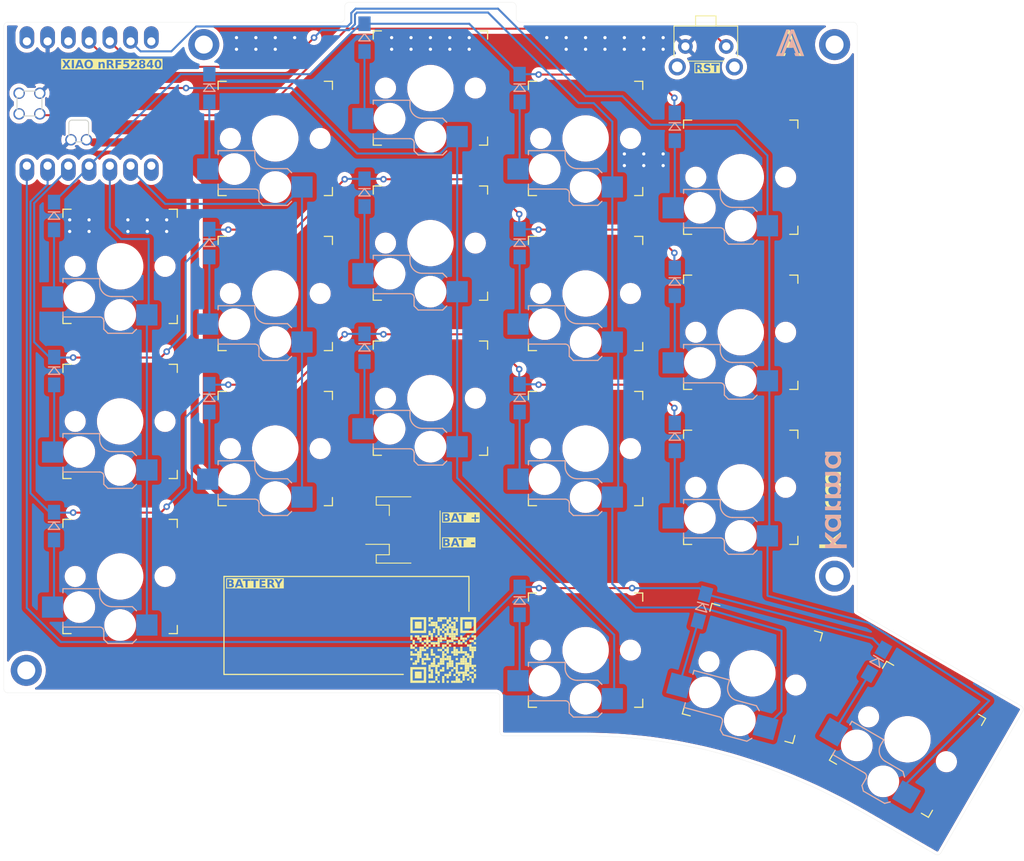
<source format=kicad_pcb>
(kicad_pcb (version 20240108) (generator "pcbnew") (generator_version "8.0")
  (title_block (title "Karma Wireless Split Ergonomic Keyboard") (date "2024-03-06") (rev "0.32"))
  (layers (0 "F.Cu" signal) (31 "B.Cu" signal) (34 "B.Paste" user) (35 "F.Paste" user) (36 "B.SilkS" user "B.Silkscreen") (37 "F.SilkS" user "F.Silkscreen") (38 "B.Mask" user) (39 "F.Mask" user) (44 "Edge.Cuts" user))
  (net 0 "")
  (net 1 "ROW0_L")
  (net 2 "Net-(DL1-A)")
  (net 3 "Net-(DL2-A)")
  (net 4 "Net-(DL3-A)")
  (net 5 "Net-(DL4-A)")
  (net 6 "Net-(DL5-A)")
  (net 7 "ROW1_L")
  (net 8 "Net-(DL6-A)")
  (net 9 "Net-(DL7-A)")
  (net 10 "Net-(DL8-A)")
  (net 11 "Net-(DL9-A)")
  (net 12 "Net-(DL10-A)")
  (net 13 "ROW2_L")
  (net 14 "Net-(DL11-A)")
  (net 15 "Net-(DL12-A)")
  (net 16 "Net-(DL13-A)")
  (net 17 "Net-(DL14-A)")
  (net 18 "Net-(DL15-A)")
  (net 19 "ROW3_L")
  (net 20 "Net-(DL16-A)")
  (net 21 "Net-(DL17-A)")
  (net 22 "Net-(DL18-A)")
  (net 23 "VBAT_L")
  (net 24 "GND_L")
  (net 25 "RESET_L")
  (net 26 "COL0_L")
  (net 27 "COL1_L")
  (net 28 "COL2_L")
  (net 29 "COL3_L")
  (net 30 "COL4_L")
  (footprint "karmalib:Kailh_Socket_PG1350_Optional" (layer "F.Cu") (at 128.015625 54.85)
    (property "Reference" "SWL5" (hide yes))
    (property "Value" "SW_Push_45deg")
  )
  (footprint "karmalib:Kailh_Socket_PG1350_Optional" (layer "F.Cu") (at 90.015625 81.925)
    (property "Reference" "SWL13" (hide yes))
    (property "Value" "SW_Push_45deg")
  )
  (footprint "karmalib:Kailh_Socket_PG1350_Optional" (layer "F.Cu") (at 109.015625 69.1)
    (property "Reference" "SWL9" (hide yes))
    (property "Value" "SW_Push_45deg")
  )
  (footprint "karmalib:Kailh_Socket_PG1350_Optional" (layer "F.Cu") (at 148.440625 123.725 -30)
    (property "Reference" "SWL18" (hide yes))
    (property "Value" "SW_Push_45deg")
  )
  (footprint "karmalib:Kailh_Socket_PG1350_Optional" (layer "F.Cu") (at 52.015625 65.775)
    (property "Reference" "SWL1" (hide yes))
    (property "Value" "SW_Push_45deg")
  )
  (footprint "karmalib:Kailh_Socket_PG1350_Optional" (layer "F.Cu") (at 129.440625 115.65 -15)
    (property "Reference" "SWL17" (hide yes))
    (property "Value" "SW_Push_45deg")
  )
  (footprint "karmalib:Kailh_Socket_PG1350_Optional" (layer "F.Cu") (at 71.015625 69.1)
    (property "Reference" "SWL7" (hide yes))
    (property "Value" "SW_Push_45deg")
  )
  (footprint "karmalib:Kailh_Socket_PG1350_Optional" (layer "F.Cu") (at 128.015625 92.85)
    (property "Reference" "SWL15" (hide yes))
    (property "Value" "SW_Push_45deg")
  )
  (footprint "Connector_JST:JST_PH_S2B-PH-SM4-TB_1x02-1MP_P2.00mm_Horizontal" (layer "F.Cu") (at 86.690625 98.075 90)
    (property "Reference" "J1" (hide yes))
    (property "Value" "BAT")
  )
  (footprint "karmalib:Kailh_Socket_PG1350_Optional" (layer "F.Cu") (at 109.015625 50.1)
    (property "Reference" "SWL4" (hide yes))
    (property "Value" "SW_Push_45deg")
  )
  (footprint "karmalib:Kailh_Socket_PG1350_Optional" (layer "F.Cu") (at 109.015625 88.1)
    (property "Reference" "SWL14" (hide yes))
    (property "Value" "SW_Push_45deg")
  )
  (footprint "karmalib:Kailh_Socket_PG1350_Optional" (layer "F.Cu") (at 90.015625 62.925)
    (property "Reference" "SWL8" (hide yes))
    (property "Value" "SW_Push_45deg")
  )
  (footprint "karmalib:Kailh_Socket_PG1350_Optional" (layer "F.Cu") (at 128.015625 73.85)
    (property "Reference" "SWL10" (hide yes))
    (property "Value" "SW_Push_45deg")
  )
  (footprint "karmalib:Kailh_Socket_PG1350_Optional" (layer "F.Cu") (at 52.015625 103.775)
    (property "Reference" "SWL11" (hide yes))
    (property "Value" "SW_Push_45deg")
  )
  (footprint "karmalib:Kailh_Socket_PG1350_Optional" (layer "F.Cu") (at 90.015625 43.925)
    (property "Reference" "SWL3" (hide yes))
    (property "Value" "SW_Push_45deg")
  )
  (footprint "karmalib:Kailh_Socket_PG1350_Optional" (layer "F.Cu") (at 52.015625 84.775)
    (property "Reference" "SWL6" (hide yes))
    (property "Value" "SW_Push_45deg")
  )
  (footprint "karmalib:SKHLLCA010" (layer "F.Cu") (at 123.740625 40.08)
    (property "Reference" "RSW1" (hide yes))
    (property "Value" "SW_Push")
  )
  (footprint "MountingHole:MountingHole_2.2mm_M2_DIN965_Pad" (layer "F.Cu") (at 139.512297 103.739073)
    (property "Reference" "REF**" (hide yes))
    (property "Value" "MountingHole_2.2mm_M2_DIN965_Pad")
  )
  (footprint "karmalib:XIAO_nRF52840_SMD_Cutout" (layer "F.Cu") (at 48.215625 45.825 90)
    (property "Reference" "U1" (hide yes))
    (property "Value" "xiao-ble" (hide yes))
    (fp_line (start -0.8382 -8.826) (end 0.8382 -8.826) (stroke (width 0.12)) (layer "Edge.Cuts"))
    (fp_line (start 1.524 -6.4638) (end 1.524 -8.1402) (stroke (width 0.12)) (layer "Edge.Cuts"))
    (fp_line (start -1.524 -6.4638) (end -1.524 -8.1402) (stroke (width 0.12)) (layer "Edge.Cuts"))
    (fp_line (start -0.8382 -5.778) (end 0.8382 -5.778) (stroke (width 0.12)) (layer "Edge.Cuts"))
    (fp_line (start -4.0132 -2.476) (end -2.413 -2.476) (stroke (width 0.12)) (layer "Edge.Cuts"))
    (fp_line (start -2.032 -2.095) (end -2.032 -0.444) (stroke (width 0.12)) (layer "Edge.Cuts"))
    (fp_line (start -4.699 -0.7488) (end -4.699 -1.7902) (stroke (width 0.12)) (layer "Edge.Cuts"))
    (fp_line (start -2.413 -0.063) (end -4.0132 -0.063) (stroke (width 0.12)) (layer "Edge.Cuts"))
    (fp_arc (start -0.8382 -8.826) (mid -0.920391 -8.222391) (end -1.524 -8.1402) (stroke (width 0.12)) (layer "Edge.Cuts"))
    (fp_arc (start 1.524 -8.1402) (mid 0.920393 -8.222393) (end 0.8382 -8.826) (stroke (width 0.12)) (layer "Edge.Cuts"))
    (fp_arc (start -1.524 -6.4638) (mid -0.920391 -6.381609) (end -0.8382 -5.778) (stroke (width 0.12)) (layer "Edge.Cuts"))
    (fp_arc (start 0.8382 -5.778) (mid 0.920391 -6.381609) (end 1.524 -6.4638) (stroke (width 0.12)) (layer "Edge.Cuts"))
    (fp_arc (start -2.413 -2.476) (mid -2.143592 -2.364408) (end -2.032 -2.095) (stroke (width 0.12)) (layer "Edge.Cuts"))
    (fp_arc (start -4.0132 -2.476) (mid -4.095391 -1.872391) (end -4.699 -1.7902) (stroke (width 0.12)) (layer "Edge.Cuts"))
    (fp_arc (start -4.699 -0.7488) (mid -4.095391 -0.666609) (end -4.0132 -0.063) (stroke (width 0.12)) (layer "Edge.Cuts"))
    (fp_arc (start -2.032 -0.444) (mid -2.143592 -0.174592) (end -2.413 -0.063) (stroke (width 0.12)) (layer "Edge.Cuts"))
  )
  (footprint "MountingHole:MountingHole_2.2mm_M2_DIN965_Pad" (layer "F.Cu") (at 40.522298 115.278567)
    (property "Reference" "REF**" (hide yes))
    (property "Value" "MountingHole_2.2mm_M2_DIN965_Pad" (hide yes))
  )
  (footprint "MountingHole:MountingHole_2.2mm_M2_DIN965_Pad" (layer "F.Cu") (at 139.512298 38.603567)
    (property "Reference" "REF**" (hide yes))
    (property "Value" "MountingHole_2.2mm_M2_DIN965_Pad" (hide yes))
  )
  (footprint "karmalib:Kailh_Socket_PG1350_Optional" (layer "F.Cu") (at 71.015625 88.1)
    (property "Reference" "SWL12" (hide yes))
    (property "Value" "SW_Push_45deg")
  )
  (footprint "karmalib:Kailh_Socket_PG1350_Optional" (layer "F.Cu") (at 71.015625 50.1)
    (property "Reference" "SWL2" (hide yes))
    (property "Value" "SW_Push_45deg")
  )
  (footprint "MountingHole:MountingHole_2.2mm_M2_DIN965_Pad" (layer "F.Cu") (at 62.262298 38.603567)
    (property "Reference" "REF**" (hide yes))
    (property "Value" "MountingHole_2.2mm_M2_DIN965_Pad" (hide yes))
  )
  (footprint "karmalib:Kailh_Socket_PG1350_Optional" (layer "F.Cu") (at 109.015625 112.8)
    (property "Reference" "SWL16" (hide yes))
    (property "Value" "SW_Push_45deg")
  )
  (footprint "karmalib:Diode_SOD123" (layer "B.Cu") (at 144.640625 114.225 -120)
    (property "Reference" "DL18" (hide yes))
    (property "Value" "D_Small" (hide yes))
  )
  (footprint "karmalib:Diode_SOD123" (layer "B.Cu") (at 81.940625 75.75 -90)
    (property "Reference" "DL13" (hide yes))
    (property "Value" "D_Small" (hide yes))
  )
  (footprint "karmalib:Diode_SOD123" (layer "B.Cu") (at 81.940625 37.75 -90)
    (property "Reference" "DL3" (hide yes))
    (property "Value" "D_Small" (hide yes))
  )
  (footprint "karmalib:Diode_SOD123" (layer "B.Cu") (at 62.940625 43.925 -90)
    (property "Reference" "DL2" (hide yes))
    (property "Value" "D_Small" (hide yes))
  )
  (footprint "karmalib:Diode_SOD123" (layer "B.Cu") (at 100.940625 62.925 -90)
    (property "Reference" "DL9" (hide yes))
    (property "Value" "D_Small" (hide yes))
  )
  (footprint "karmalib:Diode_SOD123" (layer "B.Cu") (at 119.940625 48.675 -90)
    (property "Reference" "DL5" (hide yes))
    (property "Value" "D_Small" (hide yes))
  )
  (footprint "karmalib:Diode_SOD123" (layer "B.Cu") (at 43.921875 97.6 -90)
    (property "Reference" "DL11" (hide yes))
    (property "Value" "D_Small" (hide yes))
  )
  (footprint "karmalib:Diode_SOD123" (layer "B.Cu") (at 123.265625 107.575 -105)
    (property "Reference" "DL17" (hide yes))
    (property "Value" "D_Small" (hide yes))
  )
  (footprint "karmalib:Diode_SOD123" (layer "B.Cu") (at 100.940625 81.925 -90)
    (property "Reference" "DL14" (hide yes))
    (property "Value" "D_Small" (hide yes))
  )
  (footprint "karmalib:Diode_SOD123" (layer "B.Cu") (at 43.921875 59.6 -90)
    (property "Reference" "DL1" (hide yes))
    (property "Value" "D_Small" (hide yes))
  )
  (footprint "karmalib:Diode_SOD123" (layer "B.Cu") (at 119.940625 86.675 -90)
    (property "Reference" "DL15" (hide yes))
    (property "Value" "D_Small" (hide yes))
  )
  (footprint "karmalib:Diode_SOD123" (layer "B.Cu") (at 43.940625 78.6 -90)
    (property "Reference" "DL6" (hide yes))
    (property "Value" "D_Small" (hide yes))
  )
  (footprint "karmalib:Diode_SOD123" (layer "B.Cu") (at 100.940625 43.925 -90)
    (property "Reference" "DL4" (hide yes))
    (property "Value" "D_Small" (hide yes))
  )
  (footprint "karmalib:Diode_SOD123" (layer "B.Cu") (at 62.940625 62.925 -90)
    (property "Reference" "DL7" (hide yes))
    (property "Value" "D_Small" (hide yes))
  )
  (footprint "karmalib:Diode_SOD123" (layer "B.Cu") (at 119.940625 67.675 -90)
    (property "Reference" "DL10" (hide yes))
    (property "Value" "D_Small" (hide yes))
  )
  (footprint "karmalib:Diode_SOD123" (layer "B.Cu") (at 62.940625 81.925 -90)
    (property "Reference" "DL12" (hide yes))
    (property "Value" "D_Small" (hide yes))
  )
  (footprint "karmalib:Diode_SOD123" (layer "B.Cu") (at 100.940625 106.765625 -90)
    (property "Reference" "DL16" (hide yes))
    (property "Value" "D_Small" (hide yes))
  )
  (footprint "karmalib:Diode_SOD123" (layer "B.Cu") (at 81.940625 56.75 -90)
    (property "Reference" "DL8" (hide yes))
    (property "Value" "D_Small" (hide yes))
  )
  (gr_poly (pts (xy 132.339779 40.0074) (xy 132.697616 40.0074) (xy 133.96538 36.756194) (xy 133.607543 36.756194)) (fill solid) (layer "B.SilkS"))
  (gr_poly (pts (xy 140.278174 89.54108) (xy 140.277419 89.518179) (xy 140.276161 89.495515) (xy 140.2744 89.473089) (xy 140.272135 89.450901) (xy 140.269368 89.42895) (xy 140.266097 89.407237) (xy 140.262323 89.385761) (xy 140.258046 89.364524) (xy 140.253266 89.343523) (xy 140.247984 89.322761) (xy 140.242198 89.302235) (xy 140.235908 89.281947) (xy 140.229116 89.261897) (xy 140.221821 89.242084) (xy 140.214024 89.222509) (xy 140.205734 89.203214) (xy 140.19697 89.18424) (xy 140.18773 89.165588) (xy 140.178016 89.147258) (xy 140.167826 89.129248) (xy 140.157161 89.111561) (xy 140.146021 89.094194) (xy 140.134406 89.077149) (xy 140.122316 89.060425) (xy 140.109751 89.044023) (xy 140.096711 89.027942) (xy 140.083196 89.012182) (xy 140.069205 88.996744) (xy 140.05474 88.981627) (xy 140.0398 88.966831) (xy 140.024384 88.952357) (xy 140.256954 88.952357) (xy 140.256954 88.505092) (xy 138.346244 88.505092) (xy 138.346244 88.930892) (xy 138.593128 88.930892) (xy 138.576398 88.94496) (xy 138.560199 88.959433) (xy 138.544531 88.974312) (xy 138.529394 88.989596) (xy 138.514788 89.005286) (xy 138.500713 89.02138) (xy 138.487169 89.03788) (xy 138.474156 89.054785) (xy 138.461674 89.072096) (xy 138.449723 89.089812) (xy 138.438303 89.107933) (xy 138.427415 89.12646) (xy 138.417058 89.145392) (xy 138.407232 89.164729) (xy 138.397937 89.184471) (xy 138.389174 89.204619) (xy 138.380942 89.225103) (xy 138.373241 89.245852) (xy 138.366071 89.266866) (xy 138.359432 89.288147) (xy 138.353325 89.309692) (xy 138.347748 89.331504) (xy 138.342703 89.353581) (xy 138.338189 89.375923) (xy 138.334205 89.398531) (xy 138.330753 89.421404) (xy 138.327832 89.444543) (xy 138.325442 89.467948) (xy 138.323583 89.491617) (xy 138.322256 89.515553) (xy 138.321459 89.539753) (xy 138.321193 89.564219) (xy 138.321669 89.598876) (xy 138.323094 89.633071) (xy 138.32547 89.666805) (xy 138.328797 89.700078) (xy 138.333074 89.732889) (xy 138.338301 89.765239) (xy 138.344479 89.797128) (xy 138.351607 89.828556) (xy 138.359685 89.859522) (xy 138.368713 89.890027) (xy 138.378692 89.920071) (xy 138.389621 89.949654) (xy 138.401501 89.978775) (xy 138.41433 90.007435) (xy 138.42811 90.035634) (xy 138.44284 90.063372) (xy 138.458441 90.090501) (xy 138.474824 90.116875) (xy 138.491989 90.142494) (xy 138.509937 90.167359) (xy 138.528667 90.191469) (xy 138.548179 90.214825) (xy 138.568475 90.237426) (xy 138.589552 90.259272) (xy 138.611413 90.280364) (xy 138.634056 90.3007) (xy 138.657482 90.320282) (xy 138.681691 90.33911) (xy 138.706684 90.357182) (xy 138.732459 90.3745) (xy 138.759017 90.391063) (xy 138.786359 90.406871) (xy 138.814367 90.42182) (xy 138.842934 90.435804) (xy 138.872061 90.448824) (xy 138.901747 90.460879) (xy 138.931992 90.47197) (xy 138.962796 90.482096) (xy 138.99416 90.491258) (xy 139.026083 90.499456) (xy 139.058565 90.506689) (xy 139.091606 90.512957) (xy 139.125207 90.518262) (xy 139.159367 90.522601) (xy 139.194086 90.525977) (xy 139.229364 90.528388) (xy 139.265202 90.529834) (xy 139.301599 90.530317) (xy 139.301599 90.079475) (xy 139.268459 90.078853) (xy 139.236131 90.076987) (xy 139.204613 90.073877) (xy 139.173906 90.069523) (xy 139.144009 90.063925) (xy 139.114923 90.057083) (xy 139.086648 90.048997) (xy 139.059183 90.039667) (xy 139.032529 90.029093) (xy 139.006686 90.017275) (xy 138.981653 90.004213) (xy 138.957432 89.989907) (xy 138.934021 89.974358) (xy 138.911421 89.957564) (xy 138.889632 89.939526) (xy 138.868654 89.920244) (xy 138.848719 89.899999) (xy 138.830071 89.879069) (xy 138.81271 89.857454) (xy 138.796635 89.835154) (xy 138.781846 89.812169) (xy 138.768343 89.788498) (xy 138.756127 89.764143) (xy 138.745197 89.739103) (xy 138.735553 89.713378) (xy 138.727195 89.686968) (xy 138.720123 89.659873) (xy 138.714337 89.632094) (xy 138.709837 89.603629) (xy 138.706623 89.574479) (xy 138.704694 89.544645) (xy 138.704051 89.514126) (xy 138.704694 89.4836) (xy 138.706623 89.453745) (xy 138.709837 89.424561) (xy 138.714337 89.396048) (xy 138.720123 89.368206) (xy 138.727195 89.341035) (xy 138.735553 89.314535) (xy 138.745197 89.288705) (xy 138.756127 89.263547) (xy 138.768343 89.239059) (xy 138.781846 89.215242) (xy 138.796635 89.192096) (xy 138.81271 89.169621) (xy 138.830071 89.147817) (xy 138.848719 89.126683) (xy 138.868654 89.106221) (xy 138.889632 89.086723) (xy 138.911421 89.068482) (xy 138.934021 89.0515) (xy 138.957432 89.035776) (xy 138.981653 89.02131) (xy 139.006686 89.008102) (xy 139.032529 88.996152) (xy 139.059183 88.98546) (xy 139.086648 88.976025) (xy 139.114923 88.967849) (xy 139.144009 88.96093) (xy 139.173906 88.95527) (xy 139.204613 88.950867) (xy 139.236131 88.947723) (xy 139.268459 88.945836) (xy 139.301599 88.945207) (xy 139.33474 88.945836) (xy 139.36707 88.947723) (xy 139.398588 88.950867) (xy 139.429296 88.95527) (xy 139.459192 88.96093) (xy 139.488277 88.967849) (xy 139.516552 88.976025) (xy 139.544016 88.98546) (xy 139.570669 88.996152) (xy 139.596512 89.008102) (xy 139.621545 89.02131) (xy 139.645767 89.035776) (xy 139.66918 89.0515) (xy 139.691782 89.068482) (xy 139.713574 89.086723) (xy 139.734557 89.106221) (xy 139.754487 89.126683) (xy 139.773131 89.147817) (xy 139.79049 89.169621) (xy 139.806563 89.192096) (xy 139.82135 89.215242) (xy 139.834851 89.239059) (xy 139.847067 89.263547) (xy 139.857997 89.288705) (xy 139.867641 89.314535) (xy 139.876 89.341035) (xy 139.883072 89.368206) (xy 139.888859 89.396048) (xy 139.893359 89.424561) (xy 139.896574 89.453745) (xy 139.898503 89.4836) (xy 139.899146 89.514126) (xy 139.898503 89.544645) (xy 139.896574 89.574479) (xy 139.893359 89.603629) (xy 139.888859 89.632094) (xy 139.883072 89.659873) (xy 139.876 89.686968) (xy 139.867641 89.713378) (xy 139.857997 89.739103) (xy 139.847067 89.764143) (xy 139.834851 89.788498) (xy 139.82135 89.812169) (xy 139.806563 89.835154) (xy 139.79049 89.857454) (xy 139.773131 89.879069) (xy 139.754487 89.899999) (xy 139.734557 89.920244) (xy 139.713574 89.939526) (xy 139.691782 89.957564) (xy 139.66918 89.974358) (xy 139.645767 89.989907) (xy 139.621545 90.004213) (xy 139.596512 90.017275) (xy 139.570669 90.029093) (xy 139.544016 90.039667) (xy 139.516552 90.048997) (xy 139.488277 90.057083) (xy 139.459192 90.063925) (xy 139.429296 90.069523) (xy 139.398588 90.073877) (xy 139.36707 90.076987) (xy 139.33474 90.078853) (xy 139.301599 90.079475) (xy 139.301599 90.530317) (xy 139.337988 90.529834) (xy 139.373805 90.528388) (xy 139.409048 90.525977) (xy 139.443717 90.522601) (xy 139.477814 90.518262) (xy 139.511337 90.512957) (xy 139.544287 90.506689) (xy 139.576664 90.499456) (xy 139.608468 90.491258) (xy 139.639699 90.482096) (xy 139.670357 90.47197) (xy 139.700442 90.460879) (xy 139.729955 90.448824) (xy 139.758894 90.435804) (xy 139.787261 90.42182) (xy 139.815056 90.406871) (xy 139.842177 90.391063) (xy 139.86853 90.3745) (xy 139.894114 90.357182) (xy 139.91893 90.33911) (xy 139.942977 90.320282) (xy 139.966256 90.3007) (xy 139.988766 90.280364) (xy 140.010507 90.259272) (xy 140.03148 90.237426) (xy 140.051684 90.214825) (xy 140.07112 90.191469) (xy 140.089786 90.167359) (xy 140.107684 90.142494) (xy 140.124814 90.116875) (xy 140.141174 90.090501) (xy 140.156766 90.063372) (xy 140.171498 90.035634) (xy 140.18528 90.007435) (xy 140.198111 89.978775) (xy 140.209992 89.949654) (xy 140.220922 89.920071) (xy 140.230902 89.890027) (xy 140.239932 89.859522) (xy 140.24801 89.828556) (xy 140.255139 89.797128) (xy 140.261317 89.765239) (xy 140.266545 89.732889) (xy 140.270822 89.700078) (xy 140.274148 89.666805) (xy 140.276524 89.633071) (xy 140.27795 89.598876) (xy 140.278425 89.564219)) (fill solid) (layer "B.SilkS"))
  (gr_poly (pts (xy 140.277608 91.702293) (xy 140.275155 91.658881) (xy 140.271066 91.616642) (xy 140.265342 91.575578) (xy 140.257983 91.535687) (xy 140.248989 91.496971) (xy 140.23836 91.459429) (xy 140.226095 91.42306) (xy 140.212195 91.387866) (xy 140.19666 91.353846) (xy 140.179489 91.320999) (xy 140.160684 91.289327) (xy 140.140243 91.258829) (xy 140.118167 91.229505) (xy 140.094456 91.201355) (xy 140.06911 91.174379) (xy 140.042126 91.148816) (xy 140.013507 91.124901) (xy 139.983253 91.102636) (xy 139.951363 91.082019) (xy 139.917838 91.063052) (xy 139.882678 91.045735) (xy 139.845883 91.030066) (xy 139.807453 91.016047) (xy 139.767387 91.003677) (xy 139.725687 90.992956) (xy 139.682352 90.983885) (xy 139.637381 90.976463) (xy 139.590776 90.97069) (xy 139.542536 90.966567) (xy 139.492661 90.964093) (xy 139.441151 90.963268) (xy 138.346244 90.963268) (xy 138.346244 91.410534) (xy 139.383893 91.410534) (xy 139.41472 91.410968) (xy 139.444582 91.412268) (xy 139.47348 91.414434) (xy 139.501413 91.417468) (xy 139.528381 91.421367) (xy 139.554386 91.426134) (xy 139.579425 91.431767) (xy 139.6035 91.438267) (xy 139.626611 91.445633) (xy 139.648757 91.453866) (xy 139.669939 91.462965) (xy 139.690156 91.472931) (xy 139.709408 91.483764) (xy 139.727695 91.495463) (xy 139.745018 91.508028) (xy 139.761377 91.52146) (xy 139.776759 91.535703) (xy 139.791149 91.5507) (xy 139.804547 91.566452) (xy 139.816952 91.582958) (xy 139.828365 91.60022) (xy 139.838786 91.618236) (xy 139.848214 91.637007) (xy 139.85665 91.656532) (xy 139.864094 91.676813) (xy 139.870545 91.697848) (xy 139.876004 91.719638) (xy 139.88047 91.742183) (xy 139.883944 91.765483) (xy 139.886425 91.789537) (xy 139.887914 91.814347) (xy 139.88841 91.839911) (xy 139.88783 91.867739) (xy 139.88609 91.894869) (xy 139.88319 91.921299) (xy 139.87913 91.947031) (xy 139.87391 91.972065) (xy 139.86753 91.996399) (xy 139.85999 92.020034) (xy 139.851291 92.042971) (xy 139.841431 92.065209) (xy 139.830411 92.086748) (xy 139.818231 92.107587) (xy 139.804891 92.127728) (xy 139.790391 92.14717) (xy 139.774731 92.165914) (xy 139.757911 92.183958) (xy 139.739931 92.201303) (xy 139.72087 92.217768) (xy 139.700818 92.233171) (xy 139.679773 92.247511) (xy 139.657736 92.260789) (xy 139.634708 92.273005) (xy 139.610687 92.284159) (xy 139.585674 92.29425) (xy 139.559669 92.303279) (xy 139.532672 92.311246) (xy 139.504683 92.31815) (xy 139.475702 92.323992) (xy 139.445728 92.328772) (xy 139.414763 92.33249) (xy 139.382805 92.335146) (xy 139.349855 92.336739) (xy 139.315913 92.33727) (xy 138.346244 92.33727) (xy 138.346244 92.784536) (xy 139.383893 92.784536) (xy 139.41472 92.784969) (xy 139.444582 92.786269) (xy 139.47348 92.788436) (xy 139.501413 92.791469) (xy 139.528381 92.795369) (xy 139.554386 92.800135) (xy 139.579425 92.805769) (xy 139.6035 92.812268) (xy 139.626611 92.819635) (xy 139.648757 92.827868) (xy 139.669939 92.836967) (xy 139.690156 92.846933) (xy 139.709408 92.857766) (xy 139.727695 92.869465) (xy 139.745018 92.88203) (xy 139.761377 92.895463) (xy 139.776759 92.909704) (xy 139.791149 92.924701) (xy 139.804547 92.940452) (xy 139.816952 92.956959) (xy 139.828365 92.97422) (xy 139.838786 92.992236) (xy 139.848214 93.011007) (xy 139.85665 93.030533) (xy 139.864094 93.050814) (xy 139.870545 93.071849) (xy 139.876004 93.093639) (xy 139.88047 93.116184) (xy 139.883944 93.139484) (xy 139.886425 93.163539) (xy 139.887914 93.188348) (xy 139.88841 93.213912) (xy 139.887837 93.242166) (xy 139.886118 93.26968) (xy 139.883253 93.296453) (xy 139.879242 93.322485) (xy 139.874085 93.347777) (xy 139.867781 93.372328) (xy 139.860332 93.396138) (xy 139.851736 93.419207) (xy 139.841995 93.441536) (xy 139.831107 93.463123) (xy 139.819073 93.48397) (xy 139.805894 93.504077) (xy 139.791568 93.523442) (xy 139.776096 93.542067) (xy 139.759478 93.559951) (xy 139.741714 93.577094) (xy 139.722857 93.593343) (xy 139.702967 93.608543) (xy 139.682042 93.622695) (xy 139.660083 93.635798) (xy 139.637091 93.647853) (xy 139.613064 93.65886) (xy 139.588003 93.668819) (xy 139.561907 93.677729) (xy 139.534778 93.685591) (xy 139.506614 93.692404) (xy 139.477416 93.698169) (xy 139.447184 93.702886) (xy 139.415918 93.706555) (xy 139.383617 93.709176) (xy 139.350282 93.710748) (xy 139.315913 93.711272) (xy 138.346244 93.711272) (xy 138.346244 94.158538) (xy 140.256954 94.158538) (xy 140.256954 93.732744) (xy 140.013648 93.732744) (xy 140.029512 93.719115) (xy 140.0449 93.705068) (xy 140.059813 93.690602) (xy 140.074251 93.675716) (xy 140.088213 93.660411) (xy 140.1017 93.644686) (xy 140.114712 93.628543) (xy 140.127249 93.61198) (xy 140.139311 93.594997) (xy 140.150898 93.577596) (xy 140.16201 93.559775) (xy 140.172646 93.541535) (xy 140.182808 93.522876) (xy 140.192495 93.503797) (xy 140.201708 93.484299) (xy 140.210445 93.464381) (xy 140.218677 93.444114) (xy 140.226378 93.423568) (xy 140.233548 93.402742) (xy 140.240186 93.381637) (xy 140.246294 93.360252) (xy 140.25187 93.338588) (xy 140.256916 93.316644) (xy 140.26143 93.29442) (xy 140.265413 93.271918) (xy 140.268866 93.249135) (xy 140.271787 93.226073) (xy 140.274177 93.202732) (xy 140.276035 93.179111) (xy 140.277363 93.155211) (xy 140.27816 93.13103) (xy 140.278425 93.106571) (xy 140.278111 93.079924) (xy 140.277168 93.053654) (xy 140.275596 93.027761) (xy 140.273396 93.002246) (xy 140.270566 92.977108) (xy 140.267108 92.952347) (xy 140.26302 92.927964) (xy 140.258304 92.903958) (xy 140.252958 92.88033) (xy 140.246983 92.857079) (xy 140.240378 92.834205) (xy 140.233145 92.811709) (xy 140.225281 92.78959) (xy 140.216788 92.767849) (xy 140.207666 92.746485) (xy 140.197913 92.725499) (xy 140.18755 92.704974) (xy 140.176586 92.684994) (xy 140.16502 92.665559) (xy 140.152854 92.646669) (xy 140.140086 92.628324) (xy 140.126716 92.610524) (xy 140.112746 92.59327) (xy 140.098175 92.57656) (xy 140.083002 92.560395) (xy 140.067229 92.544776) (xy 140.050854 92.529701) (xy 140.033879 92.515172) (xy 140.016303 92.501188) (xy 139.998126 92.487748) (xy 139.979348 92.474854) (xy 139.959969 92.462505) (xy 139.978496 92.44748) (xy 139.996506 92.431924) (xy 140.013999 92.415837) (xy 140.030975 92.399218) (xy 140.047434 92.382069) (xy 140.063376 92.364388) (xy 140.0788 92.346176) (xy 140.093708 92.327433) (xy 140.108098 92.308159) (xy 140.121972 92.288353) (xy 140.135328 92.268017) (xy 140.148166 92.247149) (xy 140.160488 92.22575) (xy 140.172292 92.20382) (xy 140.183578 92.181359) (xy 140.194348 92.158366) (xy 140.20453 92.134955) (xy 140.214055 92.111236) (xy 140.222923 92.08721) (xy 140.231133 92.062876) (xy 140.238687 92.038234) (xy 140.245584 92.013285) (xy 140.251824 91.988028) (xy 140.257408 91.962464) (xy 140.262334 91.936592) (xy 140.266603 91.910413) (xy 140.270215 91.883926) (xy 140.273171 91.857132) (xy 140.27547 91.83003) (xy 140.277112 91.802621) (xy 140.278097 91.774904) (xy 140.278425 91.74688)) (fill solid) (layer "B.SilkS"))
  (gr_poly (pts (xy 132.873179 40.0074) (xy 133.231016 40.0074) (xy 134.49878 36.756194) (xy 134.140943 36.756194)) (fill solid) (layer "B.SilkS"))
  (gr_poly (pts (xy 133.802755 38.991398) (xy 134.481366 38.991398) (xy 134.879777 40.007398) (xy 135.235377 40.007398) (xy 134.324171 37.670599)) (fill solid) (layer "B.SilkS"))
  (gr_poly (pts (xy 140.278174 97.266264) (xy 140.277419 97.243362) (xy 140.276161 97.220698) (xy 140.2744 97.198272) (xy 140.272135 97.176083) (xy 140.269368 97.154132) (xy 140.266097 97.132419) (xy 140.262323 97.110943) (xy 140.258046 97.089705) (xy 140.253266 97.068704) (xy 140.247984 97.047942) (xy 140.242198 97.027416) (xy 140.235908 97.007129) (xy 140.229116 96.987079) (xy 140.221821 96.967267) (xy 140.214024 96.947693) (xy 140.205734 96.928397) (xy 140.19697 96.909423) (xy 140.18773 96.89077) (xy 140.178016 96.872439) (xy 140.167826 96.85443) (xy 140.157161 96.836741) (xy 140.146021 96.819374) (xy 140.134406 96.802329) (xy 140.122316 96.785605) (xy 140.109751 96.769203) (xy 140.096711 96.753122) (xy 140.083196 96.737363) (xy 140.069205 96.721925) (xy 140.05474 96.706809) (xy 140.0398 96.692014) (xy 140.024384 96.677541) (xy 140.256954 96.677541) (xy 140.256954 96.230275) (xy 138.346244 96.230275) (xy 138.346244 96.656076) (xy 138.593128 96.656076) (xy 138.576398 96.670144) (xy 138.560199 96.684617) (xy 138.544531 96.699496) (xy 138.529394 96.71478) (xy 138.514788 96.730469) (xy 138.500713 96.746564) (xy 138.487169 96.763064) (xy 138.474156 96.779969) (xy 138.461674 96.79728) (xy 138.449723 96.814995) (xy 138.438303 96.833117) (xy 138.427415 96.851643) (xy 138.417058 96.870575) (xy 138.407232 96.889912) (xy 138.397937 96.909655) (xy 138.389174 96.929803) (xy 138.380942 96.950286) (xy 138.373241 96.971035) (xy 138.366071 96.992049) (xy 138.359432 97.013329) (xy 138.353325 97.034875) (xy 138.347748 97.056686) (xy 138.342703 97.078762) (xy 138.338189 97.101104) (xy 138.334205 97.123712) (xy 138.330753 97.146585) (xy 138.327832 97.169724) (xy 138.325442 97.193128) (xy 138.323583 97.216798) (xy 138.322256 97.240734) (xy 138.321459 97.264936) (xy 138.321193 97.289403) (xy 138.321669 97.324059) (xy 138.323094 97.358254) (xy 138.32547 97.391988) (xy 138.328797 97.425261) (xy 138.333074 97.458072) (xy 138.338301 97.490422) (xy 138.344479 97.522311) (xy 138.351607 97.553738) (xy 138.359685 97.584704) (xy 138.368713 97.615209) (xy 138.378692 97.645253) (xy 138.389621 97.674835) (xy 138.401501 97.703956) (xy 138.41433 97.732616) (xy 138.42811 97.760815) (xy 138.44284 97.788552) (xy 138.458441 97.815681) (xy 138.474824 97.842056) (xy 138.491989 97.867676) (xy 138.509937 97.892541) (xy 138.528667 97.916652) (xy 138.548179 97.940008) (xy 138.568475 97.962609) (xy 138.589552 97.984455) (xy 138.611413 98.005547) (xy 138.634056 98.025884) (xy 138.657482 98.045466) (xy 138.681691 98.064293) (xy 138.706684 98.082366) (xy 138.732459 98.099684) (xy 138.759017 98.116247) (xy 138.786359 98.132055) (xy 138.814367 98.147003) (xy 138.842934 98.160987) (xy 138.872061 98.174006) (xy 138.901747 98.186061) (xy 138.931992 98.197152) (xy 138.962796 98.207278) (xy 138.99416 98.216441) (xy 139.026083 98.224638) (xy 139.058565 98.231871) (xy 139.091606 98.23814) (xy 139.125207 98.243445) (xy 139.159367 98.247785) (xy 139.194086 98.25116) (xy 139.229364 98.253571) (xy 139.265202 98.255018) (xy 139.301599 98.2555) (xy 139.301599 97.804652) (xy 139.268459 97.804031) (xy 139.236131 97.802165) (xy 139.204613 97.799055) (xy 139.173906 97.794701) (xy 139.144009 97.789103) (xy 139.114923 97.782261) (xy 139.086648 97.774176) (xy 139.059183 97.764846) (xy 139.032529 97.754273) (xy 139.006686 97.742455) (xy 138.981653 97.729394) (xy 138.957432 97.715089) (xy 138.934021 97.699539) (xy 138.911421 97.682746) (xy 138.889632 97.664709) (xy 138.868654 97.645428) (xy 138.848719 97.625182) (xy 138.830071 97.604251) (xy 138.81271 97.582635) (xy 138.796635 97.560335) (xy 138.781846 97.537349) (xy 138.768343 97.513679) (xy 138.756127 97.489324) (xy 138.745197 97.464284) (xy 138.735553 97.43856) (xy 138.727195 97.41215) (xy 138.720123 97.385056) (xy 138.714337 97.357276) (xy 138.709837 97.328812) (xy 138.706623 97.299663) (xy 138.704694 97.269828) (xy 138.704051 97.239309) (xy 138.704694 97.208783) (xy 138.706623 97.178928) (xy 138.709837 97.149744) (xy 138.714337 97.12123) (xy 138.720123 97.093388) (xy 138.727195 97.066217) (xy 138.735553 97.039717) (xy 138.745197 97.013888) (xy 138.756127 96.988729) (xy 138.768343 96.964242) (xy 138.781846 96.940425) (xy 138.796635 96.917279) (xy 138.81271 96.894805) (xy 138.830071 96.873) (xy 138.848719 96.851867) (xy 138.868654 96.831405) (xy 138.889632 96.811906) (xy 138.911421 96.793666) (xy 138.934021 96.776683) (xy 138.957432 96.760959) (xy 138.981653 96.746492) (xy 139.006686 96.733283) (xy 139.032529 96.721333) (xy 139.059183 96.71064) (xy 139.086648 96.701205) (xy 139.114923 96.693028) (xy 139.144009 96.686109) (xy 139.173906 96.680448) (xy 139.204613 96.676045) (xy 139.236131 96.6729) (xy 139.268459 96.671013) (xy 139.301599 96.670384) (xy 139.33474 96.671013) (xy 139.36707 96.6729) (xy 139.398588 96.676045) (xy 139.429296 96.680448) (xy 139.459192 96.686109) (xy 139.488277 96.693028) (xy 139.516552 96.701205) (xy 139.544016 96.71064) (xy 139.570669 96.721333) (xy 139.596512 96.733283) (xy 139.621545 96.746492) (xy 139.645767 96.760959) (xy 139.66918 96.776683) (xy 139.691782 96.793666) (xy 139.713574 96.811906) (xy 139.734557 96.831405) (xy 139.754487 96.851867) (xy 139.773131 96.873) (xy 139.79049 96.894805) (xy 139.806563 96.917279) (xy 139.82135 96.940425) (xy 139.834851 96.964242) (xy 139.847067 96.988729) (xy 139.857997 97.013888) (xy 139.867641 97.039717) (xy 139.876 97.066217) (xy 139.883072 97.093388) (xy 139.888859 97.12123) (xy 139.893359 97.149744) (xy 139.896574 97.178928) (xy 139.898503 97.208783) (xy 139.899146 97.239309) (xy 139.898503 97.269828) (xy 139.896574 97.299663) (xy 139.893359 97.328812) (xy 139.888859 97.357276) (xy 139.883072 97.385056) (xy 139.876 97.41215) (xy 139.867641 97.43856) (xy 139.857997 97.464284) (xy 139.847067 97.489324) (xy 139.834851 97.513679) (xy 139.82135 97.537349) (xy 139.806563 97.560335) (xy 139.79049 97.582635) (xy 139.773131 97.604251) (xy 139.754487 97.625182) (xy 139.734557 97.645428) (xy 139.713574 97.664709) (xy 139.691782 97.682746) (xy 139.66918 97.699539) (xy 139.645767 97.715089) (xy 139.621545 97.729394) (xy 139.596512 97.742455) (xy 139.570669 97.754273) (xy 139.544016 97.764846) (xy 139.516552 97.774176) (xy 139.488277 97.782261) (xy 139.459192 97.789103) (xy 139.429296 97.794701) (xy 139.398588 97.799055) (xy 139.36707 97.802165) (xy 139.33474 97.804031) (xy 139.301599 97.804652) (xy 139.301599 98.2555) (xy 139.337988 98.255018) (xy 139.373805 98.253571) (xy 139.409048 98.25116) (xy 139.443717 98.247785) (xy 139.477814 98.243445) (xy 139.511337 98.23814) (xy 139.544287 98.231871) (xy 139.576664 98.224638) (xy 139.608468 98.216441) (xy 139.639699 98.207278) (xy 139.670357 98.197152) (xy 139.700442 98.186061) (xy 139.729955 98.174006) (xy 139.758894 98.160987) (xy 139.787261 98.147003) (xy 139.815056 98.132055) (xy 139.842177 98.116247) (xy 139.86853 98.099684) (xy 139.894114 98.082366) (xy 139.91893 98.064293) (xy 139.942977 98.045466) (xy 139.966256 98.025884) (xy 139.988766 98.005547) (xy 140.010507 97.984455) (xy 140.03148 97.962609) (xy 140.051684 97.940008) (xy 140.07112 97.916652) (xy 140.089786 97.892541) (xy 140.107684 97.867676) (xy 140.124814 97.842056) (xy 140.141174 97.815681) (xy 140.156766 97.788552) (xy 140.171498 97.760815) (xy 140.18528 97.732616) (xy 140.198111 97.703956) (xy 140.209992 97.674835) (xy 140.220922 97.645253) (xy 140.230902 97.615209) (xy 140.239932 97.584704) (xy 140.24801 97.553738) (xy 140.255139 97.522311) (xy 140.261317 97.490422) (xy 140.266545 97.458072) (xy 140.270822 97.425261) (xy 140.274148 97.391988) (xy 140.276524 97.358254) (xy 140.27795 97.324059) (xy 140.278425 97.289403)) (fill solid) (layer "B.SilkS"))
  (gr_poly (pts (xy 135.41094 40.0074) (xy 135.768777 40.0074) (xy 134.501012 36.756194) (xy 134.143176 36.756194)) (fill solid) (layer "B.SilkS"))
  (gr_poly (pts (xy 134.562272 39.649311) (xy 134.701904 40.007411) (xy 134.879778 40.007411) (xy 134.740125 39.64927)) (fill solid) (layer "B.SilkS"))
  (gr_poly (pts (xy 139.852637 94.537824) (xy 139.85515 94.551967) (xy 139.857329 94.565776) (xy 139.859174 94.579249) (xy 139.860684 94.592388) (xy 139.86186 94.605191) (xy 139.8627 94.617658) (xy 139.863205 94.62979) (xy 139.863373 94.641587) (xy 139.862779 94.67379) (xy 139.860996 94.705098) (xy 139.858025 94.735512) (xy 139.853866 94.765032) (xy 139.848519 94.793657) (xy 139.841984 94.821387) (xy 139.83426 94.848224) (xy 139.825349 94.874165) (xy 139.81525 94.899213) (xy 139.803963 94.923365) (xy 139.791488 94.946623) (xy 139.777826 94.968987) (xy 139.762976 94.990456) (xy 139.746939 95.01103) (xy 139.729714 95.03071) (xy 139.711302 95.049495) (xy 139.691768 95.067259) (xy 139.671185 95.083878) (xy 139.649555 95.09935) (xy 139.626876 95.113676) (xy 139.60315 95.126856) (xy 139.578375 95.13889) (xy 139.552552 95.149778) (xy 139.525681 95.15952) (xy 139.497761 95.168115) (xy 139.468793 95.175565) (xy 139.438777 95.181868) (xy 139.407713 95.187026) (xy 139.3756 95.191037) (xy 139.342438 95.193902) (xy 139.308228 95.195621) (xy 139.27297 95.196194) (xy 138.346244 95.196194) (xy 138.346244 95.643464) (xy 140.256954 95.643464) (xy 140.256954 95.217666) (xy 139.977862 95.217666) (xy 139.996354 95.205303) (xy 140.014259 95.192367) (xy 140.031576 95.178859) (xy 140.048307 95.164777) (xy 140.06445 95.150122) (xy 140.080007 95.134894) (xy 140.094976 95.119092) (xy 140.109359 95.102718) (xy 140.123154 95.085771) (xy 140.136362 95.068251) (xy 140.148984 95.050158) (xy 140.161018 95.031491) (xy 140.172465 95.012252) (xy 140.183325 94.992439) (xy 140.193598 94.972054) (xy 140.203285 94.951095) (xy 140.212384 94.929564) (xy 140.220896 94.907459) (xy 140.228821 94.884781) (xy 140.236159 94.861531) (xy 140.24291 94.837707) (xy 140.249073 94.81331) (xy 140.25964 94.762797) (xy 140.267859 94.709992) (xy 140.273729 94.654895) (xy 140.277251 94.597505) (xy 140.278425 94.537824)) (fill solid) (layer "B.SilkS"))
  (gr_poly (pts (xy 139.398221 99.847767) (xy 140.256954 98.921031) (xy 140.256954 98.38431) (xy 139.455452 99.182236) (xy 138.346244 98.309169) (xy 138.346244 98.853048) (xy 139.165625 99.515) (xy 138.850761 99.847767) (xy 138.346244 99.847767) (xy 138.346244 100.295033) (xy 141.001211 100.295033) (xy 141.001211 99.847767)) (fill solid) (layer "B.SilkS"))
  (gr_poly (pts (xy 132.695393 40.007411) (xy 132.873266 40.007411) (xy 133.012899 39.649311) (xy 132.835046 39.64927)) (fill solid) (layer "B.SilkS"))
  (gr_poly (pts (xy 91.162813 114.870001) (xy 90.885001 114.870001) (xy 90.885001 114.592188) (xy 91.162813 114.592188)) (fill solid) (layer "F.SilkS"))
  (gr_poly (pts (xy 90.329376 115.425626) (xy 90.051563 115.425626) (xy 90.051563 115.147813) (xy 90.329376 115.147813)) (fill solid) (layer "F.SilkS"))
  (gr_poly (pts (xy 92.274063 110.147188) (xy 91.996251 110.147188) (xy 91.996251 109.869376) (xy 92.274063 109.869376)) (fill solid) (layer "F.SilkS"))
  (gr_poly (pts (xy 87.829063 112.647501) (xy 87.551251 112.647501) (xy 87.551251 112.369688) (xy 87.829063 112.369688)) (fill solid) (layer "F.SilkS"))
  (gr_poly (pts (xy 94.496563 115.981251) (xy 94.218751 115.981251) (xy 94.218751 115.703438) (xy 94.496563 115.703438)) (fill solid) (layer "F.SilkS"))
  (gr_poly (pts (xy 92.829688 109.591563) (xy 92.551876 109.591563) (xy 92.551876 109.313751) (xy 92.829688 109.313751)) (fill solid) (layer "F.SilkS"))
  (gr_poly (pts (xy 89.773751 113.480938) (xy 89.495938 113.480938) (xy 89.495938 113.203126) (xy 89.773751 113.203126)) (fill solid) (layer "F.SilkS"))
  (gr_poly (pts (xy 90.885001 114.870001) (xy 90.607188 114.870001) (xy 90.607188 114.592188) (xy 90.885001 114.592188)) (fill solid) (layer "F.SilkS"))
  (gr_poly (pts (xy 89.773751 111.536251) (xy 89.495938 111.536251) (xy 89.495938 111.258438) (xy 89.773751 111.258438)) (fill solid) (layer "F.SilkS"))
  (gr_poly (pts (xy 91.162813 111.814063) (xy 90.885001 111.814063) (xy 90.885001 111.536251) (xy 91.162813 111.536251)) (fill solid) (layer "F.SilkS"))
  (gr_poly (pts (xy 90.051563 110.980626) (xy 89.773751 110.980626) (xy 89.773751 110.702813) (xy 90.051563 110.702813)) (fill solid) (layer "F.SilkS"))
  (gr_poly (pts (xy 91.162813 110.702813) (xy 90.885001 110.702813) (xy 90.885001 110.425001) (xy 91.162813 110.425001)) (fill solid) (layer "F.SilkS"))
  (gr_poly (pts (xy 93.385313 111.536251) (xy 93.107501 111.536251) (xy 93.107501 111.258438) (xy 93.385313 111.258438)) (fill solid) (layer "F.SilkS"))
  (gr_poly (pts (xy 90.885001 115.703438) (xy 90.607188 115.703438) (xy 90.607188 115.425626) (xy 90.885001 115.425626)) (fill solid) (layer "F.SilkS"))
  (gr_poly (pts (xy 92.829688 110.980626) (xy 92.551876 110.980626) (xy 92.551876 110.702813) (xy 92.829688 110.702813)) (fill solid) (layer "F.SilkS"))
  (gr_poly (pts (xy 94.774376 115.981251) (xy 94.496563 115.981251) (xy 94.496563 115.703438) (xy 94.774376 115.703438)) (fill solid) (layer "F.SilkS"))
  (gr_poly (pts (xy 89.495938 116.814688) (xy 87.551251 116.814688) (xy 87.551251 115.161704) (xy 87.842954 115.161704) (xy 87.842954 116.522985) (xy 89.204235 116.522985) (xy 89.204235 115.161704) (xy 87.842954 115.161704) (xy 87.551251 115.161704) (xy 87.551251 114.870001) (xy 89.495938 114.870001)) (fill solid) (layer "F.SilkS"))
  (gr_poly (pts (xy 92.829688 114.870001) (xy 92.551876 114.870001) (xy 92.551876 114.592188) (xy 92.829688 114.592188)) (fill solid) (layer "F.SilkS"))
  (gr_poly (pts (xy 90.885001 116.536876) (xy 90.607188 116.536876) (xy 90.607188 116.259063) (xy 90.885001 116.259063)) (fill solid) (layer "F.SilkS"))
  (gr_poly (pts (xy 91.440626 114.314376) (xy 91.162813 114.314376) (xy 91.162813 114.036563) (xy 91.440626 114.036563)) (fill solid) (layer "F.SilkS"))
  (gr_poly (pts (xy 91.440626 111.814063) (xy 91.162813 111.814063) (xy 91.162813 111.536251) (xy 91.440626 111.536251)) (fill solid) (layer "F.SilkS"))
  (gr_poly (pts (xy 91.718439 114.592188) (xy 91.440626 114.592188) (xy 91.440626 114.314376) (xy 91.718439 114.314376)) (fill solid) (layer "F.SilkS"))
  (gr_poly (pts (xy 88.940313 111.814063) (xy 88.662501 111.814063) (xy 88.662501 111.536251) (xy 88.940313 111.536251)) (fill solid) (layer "F.SilkS"))
  (gr_poly (pts (xy 90.329376 113.203126) (xy 90.051563 113.203126) (xy 90.051563 112.925314) (xy 90.329376 112.925314)) (fill solid) (layer "F.SilkS"))
  (gr_poly (pts (xy 94.496563 114.036563) (xy 94.218751 114.036563) (xy 94.218751 113.758751) (xy 94.496563 113.758751)) (fill solid) (layer "F.SilkS"))
  (gr_poly (pts (xy 91.162813 110.980626) (xy 90.885001 110.980626) (xy 90.885001 110.702813) (xy 91.162813 110.702813)) (fill solid) (layer "F.SilkS"))
  (gr_poly (pts (xy 93.107501 115.981251) (xy 92.829688 115.981251) (xy 92.829688 115.703438) (xy 93.107501 115.703438)) (fill solid) (layer "F.SilkS"))
  (gr_poly (pts (xy 90.329376 111.258438) (xy 90.051563 111.258438) (xy 90.051563 110.980626) (xy 90.329376 110.980626)) (fill solid) (layer "F.SilkS"))
  (gr_poly (pts (xy 90.885001 110.147188) (xy 90.607188 110.147188) (xy 90.607188 109.869376) (xy 90.885001 109.869376)) (fill solid) (layer "F.SilkS"))
  (gr_poly (pts (xy 91.440626 109.313751) (xy 91.162813 109.313751) (xy 91.162813 109.035938) (xy 91.440626 109.035938)) (fill solid) (layer "F.SilkS"))
  (gr_poly (pts (xy 90.051563 115.425626) (xy 89.773751 115.425626) (xy 89.773751 115.147813) (xy 90.051563 115.147813)) (fill solid) (layer "F.SilkS"))
  (gr_poly (pts (xy 88.384688 111.258438) (xy 88.106876 111.258438) (xy 88.106876 110.980626) (xy 88.384688 110.980626)) (fill solid) (layer "F.SilkS"))
  (gr_poly (pts (xy 93.385313 110.702813) (xy 93.107501 110.702813) (xy 93.107501 110.425001) (xy 93.385313 110.425001)) (fill solid) (layer "F.SilkS"))
  (gr_poly (pts (xy 88.662501 113.758751) (xy 88.384688 113.758751) (xy 88.384688 113.480938) (xy 88.662501 113.480938)) (fill solid) (layer "F.SilkS"))
  (gr_poly (pts (xy 93.107501 113.203126) (xy 92.829688 113.203126) (xy 92.829688 112.925314) (xy 93.107501 112.925314)) (fill solid) (layer "F.SilkS"))
  (gr_poly (pts (xy 90.051563 115.147813) (xy 89.773751 115.147813) (xy 89.773751 114.870001) (xy 90.051563 114.870001)) (fill solid) (layer "F.SilkS"))
  (gr_poly (pts (xy 94.774376 112.369688) (xy 94.496563 112.369688) (xy 94.496563 112.091876) (xy 94.774376 112.091876)) (fill solid) (layer "F.SilkS"))
  (gr_poly (pts (xy 95.052188 111.814063) (xy 94.774376 111.814063) (xy 94.774376 111.536251) (xy 95.052188 111.536251)) (fill solid) (layer "F.SilkS"))
  (gr_poly (pts (xy 91.996251 114.036563) (xy 91.718439 114.036563) (xy 91.718439 113.758751) (xy 91.996251 113.758751)) (fill solid) (layer "F.SilkS"))
  (gr_poly (pts (xy 90.607188 110.425001) (xy 90.329376 110.425001) (xy 90.329376 110.147188) (xy 90.607188 110.147188)) (fill solid) (layer "F.SilkS"))
  (gr_poly (pts (xy 91.718439 110.147188) (xy 91.440626 110.147188) (xy 91.440626 109.869376) (xy 91.718439 109.869376)) (fill solid) (layer "F.SilkS"))
  (gr_poly (pts (xy 91.440626 115.425626) (xy 91.162813 115.425626) (xy 91.162813 115.147813) (xy 91.440626 115.147813)) (fill solid) (layer "F.SilkS"))
  (gr_poly (pts (xy 88.106876 113.480938) (xy 87.829063 113.480938) (xy 87.829063 113.203126) (xy 88.106876 113.203126)) (fill solid) (layer "F.SilkS"))
  (gr_poly (pts (xy 93.107501 111.536251) (xy 92.829688 111.536251) (xy 92.829688 111.258438) (xy 93.107501 111.258438)) (fill solid) (layer "F.SilkS"))
  (gr_poly (pts (xy 93.940938 112.091876) (xy 93.663126 112.091876) (xy 93.663126 111.814063) (xy 93.940938 111.814063)) (fill solid) (layer "F.SilkS"))
  (gr_poly (pts (xy 93.107501 109.591563) (xy 92.829688 109.591563) (xy 92.829688 109.313751) (xy 93.107501 109.313751)) (fill solid) (layer "F.SilkS"))
  (gr_poly (pts (xy 95.330001 114.870001) (xy 95.052188 114.870001) (xy 95.052188 114.592188) (xy 95.330001 114.592188)) (fill solid) (layer "F.SilkS"))
  (gr_poly (pts (xy 90.329376 111.536251) (xy 90.051563 111.536251) (xy 90.051563 111.258438) (xy 90.329376 111.258438)) (fill solid) (layer "F.SilkS"))
  (gr_poly (pts (xy 91.718439 116.536876) (xy 91.440626 116.536876) (xy 91.440626 116.259063) (xy 91.718439 116.259063)) (fill solid) (layer "F.SilkS"))
  (gr_poly (pts (xy 91.718439 113.203126) (xy 91.440626 113.203126) (xy 91.440626 112.925314) (xy 91.718439 112.925314)) (fill solid) (layer "F.SilkS"))
  (gr_poly (pts (xy 89.495938 111.814063) (xy 89.218126 111.814063) (xy 89.218126 111.536251) (xy 89.495938 111.536251)) (fill solid) (layer "F.SilkS"))
  (gr_poly (pts (xy 93.385313 114.036563) (xy 93.107501 114.036563) (xy 93.107501 113.758751) (xy 93.385313 113.758751)) (fill solid) (layer "F.SilkS"))
  (gr_poly (pts (xy 92.274063 110.702813) (xy 91.996251 110.702813) (xy 91.996251 110.425001) (xy 92.274063 110.425001)) (fill solid) (layer "F.SilkS"))
  (gr_poly (pts (xy 95.607813 111.536251) (xy 95.330001 111.536251) (xy 95.330001 111.258438) (xy 95.607813 111.258438)) (fill solid) (layer "F.SilkS"))
  (gr_poly (pts (xy 93.107501 112.091876) (xy 92.829688 112.091876) (xy 92.829688 111.814063) (xy 93.107501 111.814063)) (fill solid) (layer "F.SilkS"))
  (gr_poly (pts (xy 93.663126 115.703438) (xy 93.385313 115.703438) (xy 93.385313 115.425626) (xy 93.663126 115.425626)) (fill solid) (layer "F.SilkS"))
  (gr_poly (pts (xy 93.385313 116.259063) (xy 93.107501 116.259063) (xy 93.107501 115.981251) (xy 93.385313 115.981251)) (fill solid) (layer "F.SilkS"))
  (gr_poly (pts (xy 88.662501 111.536251) (xy 88.384688 111.536251) (xy 88.384688 111.258438) (xy 88.662501 111.258438)) (fill solid) (layer "F.SilkS"))
  (gr_poly (pts (xy 92.829688 115.425626) (xy 92.551876 115.425626) (xy 92.551876 115.147813) (xy 92.829688 115.147813)) (fill solid) (layer "F.SilkS"))
  (gr_poly (pts (xy 92.274063 109.591563) (xy 91.996251 109.591563) (xy 91.996251 109.313751) (xy 92.274063 109.313751)) (fill solid) (layer "F.SilkS"))
  (gr_poly (pts (xy 91.440626 111.258438) (xy 91.162813 111.258438) (xy 91.162813 110.980626) (xy 91.440626 110.980626)) (fill solid) (layer "F.SilkS"))
  (gr_poly (pts (xy 94.774376 111.258438) (xy 94.496563 111.258438) (xy 94.496563 110.980626) (xy 94.774376 110.980626)) (fill solid) (layer "F.SilkS"))
  (gr_poly (pts (xy 92.551876 114.592188) (xy 92.274063 114.592188) (xy 92.274063 114.314376) (xy 92.551876 114.314376)) (fill solid) (layer "F.SilkS"))
  (gr_poly (pts (xy 90.885001 109.869376) (xy 90.607188 109.869376) (xy 90.607188 109.591563) (xy 90.885001 109.591563)) (fill solid) (layer "F.SilkS"))
  (gr_poly (pts (xy 92.551876 110.147188) (xy 92.274063 110.147188) (xy 92.274063 109.869376) (xy 92.551876 109.869376)) (fill solid) (layer "F.SilkS"))
  (gr_poly (pts (xy 94.774376 114.870001) (xy 94.496563 114.870001) (xy 94.496563 114.592188) (xy 94.774376 114.592188)) (fill solid) (layer "F.SilkS"))
  (gr_poly (pts (xy 94.218751 111.536251) (xy 93.940938 111.536251) (xy 93.940938 111.258438) (xy 94.218751 111.258438)) (fill solid) (layer "F.SilkS"))
  (gr_poly (pts (xy 94.774376 113.758751) (xy 94.496563 113.758751) (xy 94.496563 113.480938) (xy 94.774376 113.480938)) (fill solid) (layer "F.SilkS"))
  (gr_poly (pts (xy 92.829688 110.147188) (xy 92.551876 110.147188) (xy 92.551876 109.869376) (xy 92.829688 109.869376)) (fill solid) (layer "F.SilkS"))
  (gr_poly (pts (xy 95.330001 112.647501) (xy 95.052188 112.647501) (xy 95.052188 112.369688) (xy 95.330001 112.369688)) (fill solid) (layer "F.SilkS"))
  (gr_poly (pts (xy 92.551876 112.369688) (xy 92.274063 112.369688) (xy 92.274063 112.091876) (xy 92.551876 112.091876)) (fill solid) (layer "F.SilkS"))
  (gr_poly (pts (xy 93.940938 112.647501) (xy 93.663126 112.647501) (xy 93.663126 112.369688) (xy 93.940938 112.369688)) (fill solid) (layer "F.SilkS"))
  (gr_poly (pts (xy 93.107501 115.147813) (xy 92.829688 115.147813) (xy 92.829688 114.870001) (xy 93.107501 114.870001)) (fill solid) (layer "F.SilkS"))
  (gr_poly (pts (xy 88.384688 114.314376) (xy 88.106876 114.314376) (xy 88.106876 114.036563) (xy 88.384688 114.036563)) (fill solid) (layer "F.SilkS"))
  (gr_poly (pts (xy 94.774376 115.147813) (xy 94.496563 115.147813) (xy 94.496563 114.870001) (xy 94.774376 114.870001)) (fill solid) (layer "F.SilkS"))
  (gr_poly (pts (xy 91.162813 112.925314) (xy 90.885001 112.925314) (xy 90.885001 112.647501) (xy 91.162813 112.647501)) (fill solid) (layer "F.SilkS"))
  (gr_poly (pts (xy 93.940938 115.703438) (xy 93.663126 115.703438) (xy 93.663126 115.425626) (xy 93.940938 115.425626)) (fill solid) (layer "F.SilkS"))
  (gr_poly (pts (xy 95.052188 113.758751) (xy 94.774376 113.758751) (xy 94.774376 113.480938) (xy 95.052188 113.480938)) (fill solid) (layer "F.SilkS"))
  (gr_poly (pts (xy 89.218126 112.925314) (xy 88.940313 112.925314) (xy 88.940313 112.647501) (xy 89.218126 112.647501)) (fill solid) (layer "F.SilkS"))
  (gr_poly (pts (xy 88.662501 113.203126) (xy 88.384688 113.203126) (xy 88.384688 112.925314) (xy 88.662501 112.925314)) (fill solid) (layer "F.SilkS"))
  (gr_poly (pts (xy 92.274063 115.147813) (xy 91.996251 115.147813) (xy 91.996251 114.870001) (xy 92.274063 114.870001)) (fill solid) (layer "F.SilkS"))
  (gr_poly (pts (xy 89.218126 114.036563) (xy 88.940313 114.036563) (xy 88.940313 113.758751) (xy 89.218126 113.758751)) (fill solid) (layer "F.SilkS"))
  (gr_poly (pts (xy 91.440626 111.536251) (xy 91.162813 111.536251) (xy 91.162813 111.258438) (xy 91.440626 111.258438)) (fill solid) (layer "F.SilkS"))
  (gr_poly (pts (xy 95.607813 115.425626) (xy 95.330001 115.425626) (xy 95.330001 115.147813) (xy 95.607813 115.147813)) (fill solid) (layer "F.SilkS"))
  (gr_poly (pts (xy 89.773751 111.814063) (xy 89.495938 111.814063) (xy 89.495938 111.536251) (xy 89.773751 111.536251)) (fill solid) (layer "F.SilkS"))
  (gr_poly (pts (xy 92.551876 115.981251) (xy 92.274063 115.981251) (xy 92.274063 115.703438) (xy 92.551876 115.703438)) (fill solid) (layer "F.SilkS"))
  (gr_poly (pts (xy 91.996251 109.869376) (xy 91.718439 109.869376) (xy 91.718439 109.591563) (xy 91.996251 109.591563)) (fill solid) (layer "F.SilkS"))
  (gr_poly (pts (xy 90.329376 116.259063) (xy 90.051563 116.259063) (xy 90.051563 115.981251) (xy 90.329376 115.981251)) (fill solid) (layer "F.SilkS"))
  (gr_poly (pts (xy 95.607813 114.870001) (xy 95.330001 114.870001) (xy 95.330001 114.592188) (xy 95.607813 114.592188)) (fill solid) (layer "F.SilkS"))
  (gr_poly (pts (xy 88.940313 111.536251) (xy 88.662501 111.536251) (xy 88.662501 111.258438) (xy 88.940313 111.258438)) (fill solid) (layer "F.SilkS"))
  (gr_poly (pts (xy 89.218126 112.091876) (xy 88.940313 112.091876) (xy 88.940313 111.814063) (xy 89.218126 111.814063)) (fill solid) (layer "F.SilkS"))
  (gr_poly (pts (xy 91.718439 113.480938) (xy 91.440626 113.480938) (xy 91.440626 113.203126) (xy 91.718439 113.203126)) (fill solid) (layer "F.SilkS"))
  (gr_poly (pts (xy 94.774376 113.480938) (xy 94.496563 113.480938) (xy 94.496563 113.203126) (xy 94.774376 113.203126)) (fill solid) (layer "F.SilkS"))
  (gr_poly (pts (xy 95.330001 113.203126) (xy 95.052188 113.203126) (xy 95.052188 112.925314) (xy 95.330001 112.925314)) (fill solid) (layer "F.SilkS"))
  (gr_poly (pts (xy 89.495938 114.592188) (xy 89.218126 114.592188) (xy 89.218126 114.314376) (xy 89.495938 114.314376)) (fill solid) (layer "F.SilkS"))
  (gr_poly (pts (xy 92.274063 111.814063) (xy 91.996251 111.814063) (xy 91.996251 111.536251) (xy 92.274063 111.536251)) (fill solid) (layer "F.SilkS"))
  (gr_poly (pts (xy 90.607188 109.591563) (xy 90.329376 109.591563) (xy 90.329376 109.313751) (xy 90.607188 109.313751)) (fill solid) (layer "F.SilkS"))
  (gr_poly (pts (xy 93.107501 111.258438) (xy 92.829688 111.258438) (xy 92.829688 110.980626) (xy 93.107501 110.980626)) (fill solid) (layer "F.SilkS"))
  (gr_poly (pts (xy 90.607188 112.091876) (xy 90.329376 112.091876) (xy 90.329376 111.814063) (xy 90.607188 111.814063)) (fill solid) (layer "F.SilkS"))
  (gr_poly (pts (xy 92.274063 110.425001) (xy 91.996251 110.425001) (xy 91.996251 110.147188) (xy 92.274063 110.147188)) (fill solid) (layer "F.SilkS"))
  (gr_poly (pts (xy 90.329376 113.480938) (xy 90.051563 113.480938) (xy 90.051563 113.203126) (xy 90.329376 113.203126)) (fill solid) (layer "F.SilkS"))
  (gr_poly (pts (xy 90.885001 116.259063) (xy 90.607188 116.259063) (xy 90.607188 115.981251) (xy 90.885001 115.981251)) (fill solid) (layer "F.SilkS"))
  (gr_poly (pts (xy 91.718439 116.259063) (xy 91.440626 116.259063) (xy 91.440626 115.981251) (xy 91.718439 115.981251)) (fill solid) (layer "F.SilkS"))
  (gr_poly (pts (xy 95.052188 112.925314) (xy 94.774376 112.925314) (xy 94.774376 112.647501) (xy 95.052188 112.647501)) (fill solid) (layer "F.SilkS"))
  (gr_poly (pts (xy 90.329376 109.035938) (xy 90.051563 109.035938) (xy 90.051563 108.758126) (xy 90.329376 108.758126)) (fill solid) (layer "F.SilkS"))
  (gr_poly (pts (xy 93.663126 116.814688) (xy 93.385313 116.814688) (xy 93.385313 116.536876) (xy 93.663126 116.536876)) (fill solid) (layer "F.SilkS"))
  (gr_poly (pts (xy 93.107501 110.425001) (xy 92.829688 110.425001) (xy 92.829688 110.147188) (xy 93.107501 110.147188)) (fill solid) (layer "F.SilkS"))
  (gr_poly (pts (xy 95.330001 113.758751) (xy 95.052188 113.758751) (xy 95.052188 113.480938) (xy 95.330001 113.480938)) (fill solid) (layer "F.SilkS"))
  (gr_poly (pts (xy 93.940938 113.203126) (xy 93.663126 113.203126) (xy 93.663126 112.925314) (xy 93.940938 112.925314)) (fill solid) (layer "F.SilkS"))
  (gr_poly (pts (xy 90.329376 114.592188) (xy 90.051563 114.592188) (xy 90.051563 114.314376) (xy 90.329376 114.314376)) (fill solid) (layer "F.SilkS"))
  (gr_poly (pts (xy 88.940313 113.758751) (xy 88.662501 113.758751) (xy 88.662501 113.480938) (xy 88.940313 113.480938)) (fill solid) (layer "F.SilkS"))
  (gr_poly (pts (xy 93.385313 113.203126) (xy 93.107501 113.203126) (xy 93.107501 112.925314) (xy 93.385313 112.925314)) (fill solid) (layer "F.SilkS"))
  (gr_poly (pts (xy 90.329376 116.814688) (xy 90.051563 116.814688) (xy 90.051563 116.536876) (xy 90.329376 116.536876)) (fill solid) (layer "F.SilkS"))
  (gr_poly (pts (xy 95.330001 111.814063) (xy 95.052188 111.814063) (xy 95.052188 111.536251) (xy 95.330001 111.536251)) (fill solid) (layer "F.SilkS"))
  (gr_poly (pts (xy 88.106876 114.592188) (xy 87.829063 114.592188) (xy 87.829063 114.314376) (xy 88.106876 114.314376)) (fill solid) (layer "F.SilkS"))
  (gr_poly (pts (xy 88.662501 114.036563) (xy 88.384688 114.036563) (xy 88.384688 113.758751) (xy 88.662501 113.758751)) (fill solid) (layer "F.SilkS"))
  (gr_poly (pts (xy 132.708856 40.0018) (xy 132.351019 40.0018) (xy 133.618784 36.750595) (xy 133.97662 36.750595)) (fill solid) (layer "F.SilkS"))
  (gr_poly (pts (xy 90.607188 112.369688) (xy 90.329376 112.369688) (xy 90.329376 112.091876) (xy 90.607188 112.091876)) (fill solid) (layer "F.SilkS"))
  (gr_poly (pts (xy 92.551876 110.980626) (xy 92.274063 110.980626) (xy 92.274063 110.702813) (xy 92.551876 110.702813)) (fill solid) (layer "F.SilkS"))
  (gr_poly (pts (xy 91.718439 115.147813) (xy 91.440626 115.147813) (xy 91.440626 114.870001) (xy 91.718439 114.870001)) (fill solid) (layer "F.SilkS"))
  (gr_poly (pts (xy 89.495938 113.480938) (xy 89.218126 113.480938) (xy 89.218126 113.203126) (xy 89.495938 113.203126)) (fill solid) (layer "F.SilkS"))
  (gr_line (start 64.734375 115.775) (end 86.690625 115.775) (stroke (width 0.15)) (layer "F.SilkS"))
  (gr_poly (pts (xy 90.329376 115.703438) (xy 90.051563 115.703438) (xy 90.051563 115.425626) (xy 90.329376 115.425626)) (fill solid) (layer "F.SilkS"))
  (gr_poly (pts (xy 92.829688 110.425001) (xy 92.551876 110.425001) (xy 92.551876 110.147188) (xy 92.829688 110.147188)) (fill solid) (layer "F.SilkS"))
  (gr_poly (pts (xy 92.829688 114.592188) (xy 92.551876 114.592188) (xy 92.551876 114.314376) (xy 92.829688 114.314376)) (fill solid) (layer "F.SilkS"))
  (gr_poly (pts (xy 91.996251 111.536251) (xy 91.718439 111.536251) (xy 91.718439 111.258438) (xy 91.996251 111.258438)) (fill solid) (layer "F.SilkS"))
  (gr_poly (pts (xy 88.384688 112.925314) (xy 88.106876 112.925314) (xy 88.106876 112.647501) (xy 88.384688 112.647501)) (fill solid) (layer "F.SilkS"))
  (gr_poly (pts (xy 88.940313 113.480938) (xy 88.662501 113.480938) (xy 88.662501 113.203126) (xy 88.940313 113.203126)) (fill solid) (layer "F.SilkS"))
  (gr_poly (pts (xy 93.940938 111.258438) (xy 93.663126 111.258438) (xy 93.663126 110.980626) (xy 93.940938 110.980626)) (fill solid) (layer "F.SilkS"))
  (gr_poly (pts (xy 93.107501 116.814688) (xy 92.829688 116.814688) (xy 92.829688 116.536876) (xy 93.107501 116.536876)) (fill solid) (layer "F.SilkS"))
  (gr_poly (pts (xy 94.496563 113.203126) (xy 94.218751 113.203126) (xy 94.218751 112.925314) (xy 94.496563 112.925314)) (fill solid) (layer "F.SilkS"))
  (gr_poly (pts (xy 95.330001 115.147813) (xy 95.052188 115.147813) (xy 95.052188 114.870001) (xy 95.330001 114.870001)) (fill solid) (layer "F.SilkS"))
  (gr_poly (pts (xy 92.829688 111.258438) (xy 92.551876 111.258438) (xy 92.551876 110.980626) (xy 92.829688 110.980626)) (fill solid) (layer "F.SilkS"))
  (gr_poly (pts (xy 91.440626 109.035938) (xy 91.162813 109.035938) (xy 91.162813 108.758126) (xy 91.440626 108.758126)) (fill solid) (layer "F.SilkS"))
  (gr_poly (pts (xy 91.718439 113.758751) (xy 91.440626 113.758751) (xy 91.440626 113.480938) (xy 91.718439 113.480938)) (fill solid) (layer "F.SilkS"))
  (gr_poly (pts (xy 90.051563 110.702813) (xy 89.773751 110.702813) (xy 89.773751 110.425001) (xy 90.051563 110.425001)) (fill solid) (layer "F.SilkS"))
  (gr_poly (pts (xy 90.885001 115.425626) (xy 90.607188 115.425626) (xy 90.607188 115.147813) (xy 90.885001 115.147813)) (fill solid) (layer "F.SilkS"))
  (gr_poly (pts (xy 92.551876 109.035938) (xy 92.274063 109.035938) (xy 92.274063 108.758126) (xy 92.551876 108.758126)) (fill solid) (layer "F.SilkS"))
  (gr_poly (pts (xy 88.940313 116.259063) (xy 88.106876 116.259063) (xy 88.106876 115.425626) (xy 88.940313 115.425626)) (fill solid) (layer "F.SilkS"))
  (gr_poly (pts (xy 89.773751 112.647501) (xy 89.495938 112.647501) (xy 89.495938 112.369688) (xy 89.773751 112.369688)) (fill solid) (layer "F.SilkS"))
  (gr_poly (pts (xy 94.774376 116.536876) (xy 94.496563 116.536876) (xy 94.496563 116.259063) (xy 94.774376 116.259063)) (fill solid) (layer "F.SilkS"))
  (gr_poly (pts (xy 92.274063 112.925314) (xy 91.996251 112.925314) (xy 91.996251 112.647501) (xy 92.274063 112.647501)) (fill solid) (layer "F.SilkS"))
  (gr_poly (pts (xy 93.385313 114.592188) (xy 93.107501 114.592188) (xy 93.107501 114.314376) (xy 93.385313 114.314376)) (fill solid) (layer "F.SilkS"))
  (gr_poly (pts (xy 89.773751 114.036563) (xy 89.495938 114.036563) (xy 89.495938 113.758751) (xy 89.773751 113.758751)) (fill solid) (layer "F.SilkS"))
  (gr_poly (pts (xy 91.996251 115.981251) (xy 91.718439 115.981251) (xy 91.718439 115.703438) (xy 91.996251 115.703438)) (fill solid) (layer "F.SilkS"))
  (gr_poly (pts (xy 91.162813 111.536251) (xy 90.885001 111.536251) (xy 90.885001 111.258438) (xy 91.162813 111.258438)) (fill solid) (layer "F.SilkS"))
  (gr_poly (pts (xy 135.780017 40.0018) (xy 135.42218 40.0018) (xy 134.154416 36.750595) (xy 134.512253 36.750595)) (fill solid) (layer "F.SilkS"))
  (gr_poly (pts (xy 91.162813 112.369688) (xy 90.885001 112.369688) (xy 90.885001 112.091876) (xy 91.162813 112.091876)) (fill solid) (layer "F.SilkS"))
  (gr_poly (pts (xy 93.385313 116.814688) (xy 93.107501 116.814688) (xy 93.107501 116.536876) (xy 93.385313 116.536876)) (fill solid) (layer "F.SilkS"))
  (gr_poly (pts (xy 95.052188 110.147188) (xy 94.218751 110.147188) (xy 94.218751 109.313751) (xy 95.052188 109.313751)) (fill solid) (layer "F.SilkS"))
  (gr_poly (pts (xy 95.330001 116.536876) (xy 95.052188 116.536876) (xy 95.052188 116.259063) (xy 95.330001 116.259063)) (fill solid) (layer "F.SilkS"))
  (gr_poly (pts (xy 95.330001 113.480938) (xy 95.052188 113.480938) (xy 95.052188 113.203126) (xy 95.330001 113.203126)) (fill solid) (layer "F.SilkS"))
  (gr_poly (pts (xy 92.274063 116.814688) (xy 91.996251 116.814688) (xy 91.996251 116.536876) (xy 92.274063 116.536876)) (fill solid) (layer "F.SilkS"))
  (gr_poly (pts (xy 90.607188 116.814688) (xy 90.329376 116.814688) (xy 90.329376 116.536876) (xy 90.607188 116.536876)) (fill solid) (layer "F.SilkS"))
  (gr_poly (pts (xy 92.274063 113.203126) (xy 91.996251 113.203126) (xy 91.996251 112.925314) (xy 92.274063 112.925314)) (fill solid) (layer "F.SilkS"))
  (gr_poly (pts (xy 89.495938 112.369688) (xy 89.218126 112.369688) (xy 89.218126 112.091876) (xy 89.495938 112.091876)) (fill solid) (layer "F.SilkS"))
  (gr_poly (pts (xy 93.385313 110.425001) (xy 93.107501 110.425001) (xy 93.107501 110.147188) (xy 93.385313 110.147188)) (fill solid) (layer "F.SilkS"))
  (gr_poly (pts (xy 88.106876 112.091876) (xy 87.829063 112.091876) (xy 87.829063 111.814063) (xy 88.106876 111.814063)) (fill solid) (layer "F.SilkS"))
  (gr_poly (pts (xy 95.330001 116.814688) (xy 95.052188 116.814688) (xy 95.052188 116.536876) (xy 95.330001 116.536876)) (fill solid) (layer "F.SilkS"))
  (gr_poly (pts (xy 90.607188 109.869376) (xy 90.329376 109.869376) (xy 90.329376 109.591563) (xy 90.607188 109.591563)) (fill solid) (layer "F.SilkS"))
  (gr_poly (pts (xy 92.274063 114.036563) (xy 91.996251 114.036563) (xy 91.996251 113.758751) (xy 92.274063 113.758751)) (fill solid) (layer "F.SilkS"))
  (gr_line (start 94.734375 103.775) (end 94.734375 108.05) (stroke (width 0.15)) (layer "F.SilkS"))
  (gr_poly (pts (xy 89.495938 110.702813) (xy 87.551251 110.702813) (xy 87.551251 109.049829) (xy 87.842954 109.049829) (xy 87.842954 110.41111) (xy 89.204235 110.41111) (xy 89.204235 109.049829) (xy 87.842954 109.049829) (xy 87.551251 109.049829) (xy 87.551251 108.758126) (xy 89.495938 108.758126)) (fill solid) (layer "F.SilkS"))
  (gr_poly (pts (xy 91.162813 113.758751) (xy 90.885001 113.758751) (xy 90.885001 113.480938) (xy 91.162813 113.480938)) (fill solid) (layer "F.SilkS"))
  (gr_poly (pts (xy 91.718439 116.814688) (xy 91.440626 116.814688) (xy 91.440626 116.536876) (xy 91.718439 116.536876)) (fill solid) (layer "F.SilkS"))
  (gr_poly (pts (xy 90.885001 115.147813) (xy 90.607188 115.147813) (xy 90.607188 114.870001) (xy 90.885001 114.870001)) (fill solid) (layer "F.SilkS"))
  (gr_poly (pts (xy 90.607188 114.870001) (xy 90.329376 114.870001) (xy 90.329376 114.592188) (xy 90.607188 114.592188)) (fill solid) (layer "F.SilkS"))
  (gr_poly (pts (xy 87.829063 114.036563) (xy 87.551251 114.036563) (xy 87.551251 113.758751) (xy 87.829063 113.758751)) (fill solid) (layer "F.SilkS"))
  (gr_poly (pts (xy 135.424403 40.001812) (xy 135.24653 40.001812) (xy 135.106897 39.643712) (xy 135.28475 39.643671)) (fill solid) (layer "F.SilkS"))
  (gr_poly (pts (xy 92.551876 114.036563) (xy 92.274063 114.036563) (xy 92.274063 113.758751) (xy 92.551876 113.758751)) (fill solid) (layer "F.SilkS"))
  (gr_poly (pts (xy 94.496563 115.703438) (xy 94.218751 115.703438) (xy 94.218751 115.425626) (xy 94.496563 115.425626)) (fill solid) (layer "F.SilkS"))
  (gr_poly (pts (xy 138.353652 97.266264) (xy 138.354407 97.243362) (xy 138.355665 97.220698) (xy 138.357426 97.198272) (xy 138.359691 97.176083) (xy 138.362458 97.154132) (xy 138.365729 97.132419) (xy 138.369503 97.110943) (xy 138.37378 97.089705) (xy 138.37856 97.068704) (xy 138.383842 97.047942) (xy 138.389628 97.027416) (xy 138.395918 97.007129) (xy 138.40271 96.987079) (xy 138.410005 96.967267) (xy 138.417802 96.947693) (xy 138.426092 96.928397) (xy 138.434856 96.909423) (xy 138.444096 96.89077) (xy 138.45381 96.872439) (xy 138.464 96.85443) (xy 138.474665 96.836741) (xy 138.485805 96.819374) (xy 138.49742 96.802329) (xy 138.50951 96.785605) (xy 138.522075 96.769203) (xy 138.535115 96.753122) (xy 138.54863 96.737363) (xy 138.562621 96.721925) (xy 138.577086 96.706809) (xy 138.592026 96.692014) (xy 138.607442 96.677541) (xy 138.374872 96.677541) (xy 138.374872 96.230275) (xy 140.285582 96.230275) (xy 140.285582 96.656076) (xy 140.038698 96.656076) (xy 140.055428 96.670144) (xy 140.071627 96.684617) (xy 140.087295 96.699496) (xy 140.102432 96.71478) (xy 140.117038 96.730469) (xy 140.131113 96.746564) (xy 140.144657 96.763064) (xy 140.15767 96.779969) (xy 140.170152 96.79728) (xy 140.182103 96.814995) (xy 140.193523 96.833117) (xy 140.204411 96.851643) (xy 140.214768 96.870575) (xy 140.224594 96.889912) (xy 140.233889 96.909655) (xy 140.242652 96.929803) (xy 140.250884 96.950286) (xy 140.258585 96.971035) (xy 140.265755 96.992049) (xy 140.272394 97.013329) (xy 140.278501 97.034875) (xy 140.284078 97.056686) (xy 140.289123 97.078762) (xy 140.293637 97.101104) (xy 140.297621 97.123712) (xy 140.301073 97.146585) (xy 140.303994 97.169724) (xy 140.306384 97.193128) (xy 140.308243 97.216798) (xy 140.30957 97.240734) (xy 140.310367 97.264936) (xy 140.310633 97.289403) (xy 140.310157 97.324059) (xy 140.308732 97.358254) (xy 140.306356 97.391988) (xy 140.303029 97.425261) (xy 140.298752 97.458072) (xy 140.293525 97.490422) (xy 140.287347 97.522311) (xy 140.280219 97.553738) (xy 140.272141 97.584704) (xy 140.263113 97.615209) (xy 140.253134 97.645253) (xy 140.242205 97.674835) (xy 140.230325 97.703956) (xy 140.217496 97.732616) (xy 140.203716 97.760815) (xy 140.188986 97.788552) (xy 140.173385 97.815681) (xy 140.157002 97.842056) (xy 140.139837 97.867676) (xy 140.121889 97.892541) (xy 140.103159 97.916652) (xy 140.083647 97.940008) (xy 140.063351 97.962609) (xy 140.042274 97.984455) (xy 140.020413 98.005547) (xy 139.99777 98.025884) (xy 139.974344 98.045466) (xy 139.950135 98.064293) (xy 139.925142 98.082366) (xy 139.899367 98.099684) (xy 139.872809 98.116247) (xy 139.845467 98.132055) (xy 139.817459 98.147003) (xy 139.788892 98.160987) (xy 139.759765 98.174006) (xy 139.730079 98.186061) (xy 139.699834 98.197152) (xy 139.66903 98.207278) (xy 139.637666 98.216441) (xy 139.605743 98.224638) (xy 139.573261 98.231871) (xy 139.54022 98.23814) (xy 139.506619 98.243445) (xy 139.472459 98.247785) (xy 139.43774 98.25116) (xy 139.402462 98.253571) (xy 139.366624 98.255018) (xy 139.330227 98.2555) (xy 139.330227 97.804652) (xy 139.363367 97.804031) (xy 139.395695 97.802165) (xy 139.427213 97.799055) (xy 139.45792 97.794701) (xy 139.487817 97.789103) (xy 139.516903 97.782261) (xy 139.545178 97.774176) (xy 139.572643 97.764846) (xy 139.599297 97.754273) (xy 139.62514 97.742455) (xy 139.650173 97.729394) (xy 139.674394 97.715089) (xy 139.697805 97.699539) (xy 139.720405 97.682746) (xy 139.742194 97.664709) (xy 139.763172 97.645428) (xy 139.783107 97.625182) (xy 139.801755 97.604251) (xy 139.819116 97.582635) (xy 139.835191 97.560335) (xy 139.84998 97.537349) (xy 139.863483 97.513679) (xy 139.875699 97.489324) (xy 139.886629 97.464284) (xy 139.896273 97.43856) (xy 139.904631 97.41215) (xy 139.911703 97.385056) (xy 139.917489 97.357276) (xy 139.921989 97.328812) (xy 139.925203 97.299663) (xy 139.927132 97.269828) (xy 139.927775 97.239309) (xy 139.927132 97.208783) (xy 139.925203 97.178928) (xy 139.921989 97.149744) (xy 139.917489 97.12123) (xy 139.911703 97.093388) (xy 139.904631 97.066217) (xy 139.896273 97.039717) (xy 139.886629 97.013888) (xy 139.875699 96.988729) (xy 139.863483 96.964242) (xy 139.84998 96.940425) (xy 139.835191 96.917279) (xy 139.819116 96.894805) (xy 139.801755 96.873) (xy 139.783107 96.851867) (xy 139.763172 96.831405) (xy 139.742194 96.811906) (xy 139.720405 96.793666) (xy 139.697805 96.776683) (xy 139.674394 96.760959) (xy 139.650173 96.746492) (xy 139.62514 96.733283) (xy 139.599297 96.721333) (xy 139.572643 96.71064) (xy 139.545178 96.701205) (xy 139.516903 96.693028) (xy 139.487817 96.686109) (xy 139.45792 96.680448) (xy 139.427213 96.676045) (xy 139.395695 96.6729) (xy 139.363367 96.671013) (xy 139.330227 96.670384) (xy 139.297086 96.671013) (xy 139.264756 96.6729) (xy 139.233238 96.676045) (xy 139.20253 96.680448) (xy 139.172634 96.686109) (xy 139.143549 96.693028) (xy 139.115274 96.701205) (xy 139.08781 96.71064) (xy 139.061157 96.721333) (xy 139.035314 96.733283) (xy 139.010281 96.746492) (xy 138.986059 96.760959) (xy 138.962646 96.776683) (xy 138.940044 96.793666) (xy 138.918252 96.811906) (xy 138.897269 96.831405) (xy 138.877339 96.851867) (xy 138.858695 96.873) (xy 138.841336 96.894805) (xy 138.825263 96.917279) (xy 138.810476 96.940425) (xy 138.796975 96.964242) (xy 138.784759 96.988729) (xy 138.773829 97.013888) (xy 138.764185 97.039717) (xy 138.755826 97.066217) (xy 138.748754 97.093388) (xy 138.742967 97.12123) (xy 138.738467 97.149744) (xy 138.735252 97.178928) (xy 138.733323 97.208783) (xy 138.73268 97.239309) (xy 138.733323 97.269828) (xy 138.735252 97.299663) (xy 138.738467 97.328812) (xy 138.742967 97.357276) (xy 138.748754 97.385056) (xy 138.755826 97.41215) (xy 138.764185 97.43856) (xy 138.773829 97.464284) (xy 138.784759 97.489324) (xy 138.796975 97.513679) (xy 138.810476 97.537349) (xy 138.825263 97.560335) (xy 138.841336 97.582635) (xy 138.858695 97.604251) (xy 138.877339 97.625182) (xy 138.897269 97.645428) (xy 138.918252 97.664709) (xy 138.940044 97.682746) (xy 138.962646 97.699539) (xy 138.986059 97.715089) (xy 139.010281 97.729394) (xy 139.035314 97.742455) (xy 139.061157 97.754273) (xy 139.08781 97.764846) (xy 139.115274 97.774176) (xy 139.143549 97.782261) (xy 139.172634 97.789103) (xy 139.20253 97.794701) (xy 139.233238 97.799055) (xy 139.264756 97.802165) (xy 139.297086 97.804031) (xy 139.330227 97.804652) (xy 139.330227 98.2555) (xy 139.293838 98.255018) (xy 139.258021 98.253571) (xy 139.222778 98.25116) (xy 139.188109 98.247785) (xy 139.154012 98.243445) (xy 139.120489 98.23814) (xy 139.087539 98.231871) (xy 139.055162 98.224638) (xy 139.023358 98.216441) (xy 138.992127 98.207278) (xy 138.961469 98.197152) (xy 138.931384 98.186061) (xy 138.901871 98.174006) (xy 138.872932 98.160987) (xy 138.844565 98.147003) (xy 138.81677 98.132055) (xy 138.789649 98.116247) (xy 138.763296 98.099684) (xy 138.737712 98.082366) (xy 138.712896 98.064293) (xy 138.688849 98.045466) (xy 138.66557 98.025884) (xy 138.64306 98.005547) (xy 138.621319 97.984455) (xy 138.600346 97.962609) (xy 138.580142 97.940008) (xy 138.560706 97.916652) (xy 138.54204 97.892541) (xy 138.524142 97.867676) (xy 138.507012 97.842056) (xy 138.490652 97.815681) (xy 138.47506 97.788552) (xy 138.460328 97.760815) (xy 138.446546 97.732616) (xy 138.433715 97.703956) (xy 138.421834 97.674835) (xy 138.410904 97.645253) (xy 138.400924 97.615209) (xy 138.391894 97.584704) (xy 138.383816 97.553738) (xy 138.376687 97.522311) (xy 138.370509 97.490422) (xy 138.365281 97.458072) (xy 138.361004 97.425261) (xy 138.357678 97.391988) (xy 138.355302 97.358254) (xy 138.353876 97.324059) (xy 138.353401 97.289403)) (fill solid) (layer "F.SilkS"))
  (gr_poly (pts (xy 95.330001 112.925314) (xy 95.052188 112.925314) (xy 95.052188 112.647501) (xy 95.330001 112.647501)) (fill solid) (layer "F.SilkS"))
  (gr_poly (pts (xy 95.607813 116.259063) (xy 95.330001 116.259063) (xy 95.330001 115.981251) (xy 95.607813 115.981251)) (fill solid) (layer "F.SilkS"))
  (gr_poly (pts (xy 88.940313 113.203126) (xy 88.662501 113.203126) (xy 88.662501 112.925314) (xy 88.940313 112.925314)) (fill solid) (layer "F.SilkS"))
  (gr_poly (pts (xy 91.718439 111.536251) (xy 91.440626 111.536251) (xy 91.440626 111.258438) (xy 91.718439 111.258438)) (fill solid) (layer "F.SilkS"))
  (gr_poly (pts (xy 87.829063 112.369688) (xy 87.551251 112.369688) (xy 87.551251 112.091876) (xy 87.829063 112.091876)) (fill solid) (layer "F.SilkS"))
  (gr_poly (pts (xy 94.218751 115.981251) (xy 93.940938 115.981251) (xy 93.940938 115.703438) (xy 94.218751 115.703438)) (fill solid) (layer "F.SilkS"))
  (gr_poly (pts (xy 91.162813 109.035938) (xy 90.885001 109.035938) (xy 90.885001 108.758126) (xy 91.162813 108.758126)) (fill solid) (layer "F.SilkS"))
  (gr_poly (pts (xy 90.607188 114.036563) (xy 90.329376 114.036563) (xy 90.329376 113.758751) (xy 90.607188 113.758751)) (fill solid) (layer "F.SilkS"))
  (gr_poly (pts (xy 91.162813 110.425001) (xy 90.885001 110.425001) (xy 90.885001 110.147188) (xy 91.162813 110.147188)) (fill solid) (layer "F.SilkS"))
  (gr_poly (pts (xy 94.218751 114.314376) (xy 93.940938 114.314376) (xy 93.940938 114.036563) (xy 94.218751 114.036563)) (fill solid) (layer "F.SilkS"))
  (gr_poly (pts (xy 90.051563 111.814063) (xy 89.773751 111.814063) (xy 89.773751 111.536251) (xy 90.051563 111.536251)) (fill solid) (layer "F.SilkS"))
  (gr_poly (pts (xy 88.940313 112.925314) (xy 88.662501 112.925314) (xy 88.662501 112.647501) (xy 88.940313 112.647501)) (fill solid) (layer "F.SilkS"))
  (gr_poly (pts (xy 91.718439 112.369688) (xy 91.440626 112.369688) (xy 91.440626 112.091876) (xy 91.718439 112.091876)) (fill solid) (layer "F.SilkS"))
  (gr_poly (pts (xy 94.218751 114.036563) (xy 93.940938 114.036563) (xy 93.940938 113.758751) (xy 94.218751 113.758751)) (fill solid) (layer "F.SilkS"))
  (gr_poly (pts (xy 93.107501 112.647501) (xy 92.829688 112.647501) (xy 92.829688 112.369688) (xy 93.107501 112.369688)) (fill solid) (layer "F.SilkS"))
  (gr_poly (pts (xy 95.052188 114.036563) (xy 94.774376 114.036563) (xy 94.774376 113.758751) (xy 95.052188 113.758751)) (fill solid) (layer "F.SilkS"))
  (gr_poly (pts (xy 95.330001 111.258438) (xy 95.052188 111.258438) (xy 95.052188 110.980626) (xy 95.330001 110.980626)) (fill solid) (layer "F.SilkS"))
  (gr_poly (pts (xy 95.052188 114.314376) (xy 94.774376 114.314376) (xy 94.774376 114.036563) (xy 95.052188 114.036563)) (fill solid) (layer "F.SilkS"))
  (gr_poly (pts (xy 90.607188 114.592188) (xy 90.329376 114.592188) (xy 90.329376 114.314376) (xy 90.607188 114.314376)) (fill solid) (layer "F.SilkS"))
  (gr_poly (pts (xy 93.940938 112.925314) (xy 93.663126 112.925314) (xy 93.663126 112.647501) (xy 93.940938 112.647501)) (fill solid) (layer "F.SilkS"))
  (gr_poly (pts (xy 91.162813 116.814688) (xy 90.885001 116.814688) (xy 90.885001 116.536876) (xy 91.162813 116.536876)) (fill solid) (layer "F.SilkS"))
  (gr_poly (pts (xy 91.162813 109.313751) (xy 90.885001 109.313751) (xy 90.885001 109.035938) (xy 91.162813 109.035938)) (fill solid) (layer "F.SilkS"))
  (gr_poly (pts (xy 93.385313 115.425626) (xy 93.107501 115.425626) (xy 93.107501 115.147813) (xy 93.385313 115.147813)) (fill solid) (layer "F.SilkS"))
  (gr_poly (pts (xy 87.829063 113.203126) (xy 87.551251 113.203126) (xy 87.551251 112.925314) (xy 87.829063 112.925314)) (fill solid) (layer "F.SilkS"))
  (gr_poly (pts (xy 91.162813 115.703438) (xy 90.885001 115.703438) (xy 90.885001 115.425626) (xy 91.162813 115.425626)) (fill solid) (layer "F.SilkS"))
  (gr_poly (pts (xy 95.052188 114.870001) (xy 94.774376 114.870001) (xy 94.774376 114.592188) (xy 95.052188 114.592188)) (fill solid) (layer "F.SilkS"))
  (gr_poly (pts (xy 87.829063 111.258438) (xy 87.551251 111.258438) (xy 87.551251 110.980626) (xy 87.829063 110.980626)) (fill solid) (layer "F.SilkS"))
  (gr_line (start 64.734375 115.775) (end 64.734375 103.775) (stroke (width 0.15)) (layer "F.SilkS"))
  (gr_poly (pts (xy 95.052188 112.369688) (xy 94.774376 112.369688) (xy 94.774376 112.091876) (xy 95.052188 112.091876)) (fill solid) (layer "F.SilkS"))
  (gr_poly (pts (xy 94.218751 113.758751) (xy 93.940938 113.758751) (xy 93.940938 113.480938) (xy 94.218751 113.480938)) (fill solid) (layer "F.SilkS"))
  (gr_poly (pts (xy 95.052188 114.592188) (xy 94.774376 114.592188) (xy 94.774376 114.314376) (xy 95.052188 114.314376)) (fill solid) (layer "F.SilkS"))
  (gr_poly (pts (xy 92.274063 110.980626) (xy 91.996251 110.980626) (xy 91.996251 110.702813) (xy 92.274063 110.702813)) (fill solid) (layer "F.SilkS"))
  (gr_poly (pts (xy 133.557524 39.643712) (xy 133.417892 40.001812) (xy 133.240018 40.001812) (xy 133.379671 39.643671)) (fill solid) (layer "F.SilkS"))
  (gr_poly (pts (xy 92.274063 112.647501) (xy 91.996251 112.647501) (xy 91.996251 112.369688) (xy 92.274063 112.369688)) (fill solid) (layer "F.SilkS"))
  (gr_poly (pts (xy 91.718439 110.702813) (xy 91.440626 110.702813) (xy 91.440626 110.425001) (xy 91.718439 110.425001)) (fill solid) (layer "F.SilkS"))
  (gr_poly (pts (xy 92.829688 111.814063) (xy 92.551876 111.814063) (xy 92.551876 111.536251) (xy 92.829688 111.536251)) (fill solid) (layer "F.SilkS"))
  (gr_poly (pts (xy 95.607813 115.981251) (xy 95.330001 115.981251) (xy 95.330001 115.703438) (xy 95.607813 115.703438)) (fill solid) (layer "F.SilkS"))
  (gr_poly (pts (xy 87.829063 111.536251) (xy 87.551251 111.536251) (xy 87.551251 111.258438) (xy 87.829063 111.258438)) (fill solid) (layer "F.SilkS"))
  (gr_poly (pts (xy 92.274063 112.091876) (xy 91.996251 112.091876) (xy 91.996251 111.814063) (xy 92.274063 111.814063)) (fill solid) (layer "F.SilkS"))
  (gr_poly (pts (xy 93.107501 109.869376) (xy 92.829688 109.869376) (xy 92.829688 109.591563) (xy 93.107501 109.591563)) (fill solid) (layer "F.SilkS"))
  (gr_poly (pts (xy 91.440626 114.036563) (xy 91.162813 114.036563) (xy 91.162813 113.758751) (xy 91.440626 113.758751)) (fill solid) (layer "F.SilkS"))
  (gr_poly (pts (xy 94.496563 111.536251) (xy 94.218751 111.536251) (xy 94.218751 111.258438) (xy 94.496563 111.258438)) (fill solid) (layer "F.SilkS"))
  (gr_poly (pts (xy 93.107501 109.035938) (xy 92.829688 109.035938) (xy 92.829688 108.758126) (xy 93.107501 108.758126)) (fill solid) (layer "F.SilkS"))
  (gr_poly (pts (xy 93.663126 115.981251) (xy 93.385313 115.981251) (xy 93.385313 115.703438) (xy 93.663126 115.703438)) (fill solid) (layer "F.SilkS"))
  (gr_poly (pts (xy 91.440626 110.425001) (xy 91.162813 110.425001) (xy 91.162813 110.147188) (xy 91.440626 110.147188)) (fill solid) (layer "F.SilkS"))
  (gr_poly (pts (xy 93.663126 111.814063) (xy 93.385313 111.814063) (xy 93.385313 111.536251) (xy 93.663126 111.536251)) (fill solid) (layer "F.SilkS"))
  (gr_poly (pts (xy 95.052188 112.647501) (xy 94.774376 112.647501) (xy 94.774376 112.369688) (xy 95.052188 112.369688)) (fill solid) (layer "F.SilkS"))
  (gr_poly (pts (xy 94.218751 116.536876) (xy 93.940938 116.536876) (xy 93.940938 116.259063) (xy 94.218751 116.259063)) (fill solid) (layer "F.SilkS"))
  (gr_poly (pts (xy 92.829688 114.314376) (xy 92.551876 114.314376) (xy 92.551876 114.036563) (xy 92.829688 114.036563)) (fill solid) (layer "F.SilkS"))
  (gr_poly (pts (xy 91.718439 115.425626) (xy 91.440626 115.425626) (xy 91.440626 115.147813) (xy 91.718439 115.147813)) (fill solid) (layer "F.SilkS"))
  (gr_poly (pts (xy 88.384688 112.369688) (xy 88.106876 112.369688) (xy 88.106876 112.091876) (xy 88.384688 112.091876)) (fill solid) (layer "F.SilkS"))
  (gr_poly (pts (xy 90.329376 115.981251) (xy 90.051563 115.981251) (xy 90.051563 115.703438) (xy 90.329376 115.703438)) (fill solid) (layer "F.SilkS"))
  (gr_poly (pts (xy 93.385313 114.870001) (xy 93.107501 114.870001) (xy 93.107501 114.592188) (xy 93.385313 114.592188)) (fill solid) (layer "F.SilkS"))
  (gr_poly (pts (xy 92.274063 109.313751) (xy 91.996251 109.313751) (xy 91.996251 109.035938) (xy 92.274063 109.035938)) (fill solid) (layer "F.SilkS"))
  (gr_poly (pts (xy 92.551876 109.869376) (xy 92.274063 109.869376) (xy 92.274063 109.591563) (xy 92.551876 109.591563)) (fill solid) (layer "F.SilkS"))
  (gr_poly (pts (xy 139.233605 99.847767) (xy 138.374872 98.921031) (xy 138.374872 98.38431) (xy 139.176374 99.182236) (xy 140.285582 98.309169) (xy 140.285582 98.853048) (xy 139.466201 99.515) (xy 139.781065 99.847767) (xy 140.285582 99.847767) (xy 140.285582 100.295033) (xy 137.630615 100.295033) (xy 137.630615 99.847767)) (fill solid) (layer "F.SilkS"))
  (gr_line (start 64.734375 103.775) (end 94.734375 103.775) (stroke (width 0.15)) (layer "F.SilkS"))
  (gr_poly (pts (xy 90.051563 114.036563) (xy 89.773751 114.036563) (xy 89.773751 113.758751) (xy 90.051563 113.758751)) (fill solid) (layer "F.SilkS"))
  (gr_poly (pts (xy 94.218751 111.814063) (xy 93.940938 111.814063) (xy 93.940938 111.536251) (xy 94.218751 111.536251)) (fill solid) (layer "F.SilkS"))
  (gr_poly (pts (xy 91.718439 112.647501) (xy 91.440626 112.647501) (xy 91.440626 112.369688) (xy 91.718439 112.369688)) (fill solid) (layer "F.SilkS"))
  (gr_poly (pts (xy 90.607188 114.314376) (xy 90.329376 114.314376) (xy 90.329376 114.036563) (xy 90.607188 114.036563)) (fill solid) (layer "F.SilkS"))
  (gr_poly (pts (xy 93.940938 114.592188) (xy 93.663126 114.592188) (xy 93.663126 114.314376) (xy 93.940938 114.314376)) (fill solid) (layer "F.SilkS"))
  (gr_poly (pts (xy 91.718439 114.036563) (xy 91.440626 114.036563) (xy 91.440626 113.758751) (xy 91.718439 113.758751)) (fill solid) (layer "F.SilkS"))
  (gr_poly (pts (xy 92.551876 109.313751) (xy 92.274063 109.313751) (xy 92.274063 109.035938) (xy 92.551876 109.035938)) (fill solid) (layer "F.SilkS"))
  (gr_poly (pts (xy 93.385313 112.925314) (xy 93.107501 112.925314) (xy 93.107501 112.647501) (xy 93.385313 112.647501)) (fill solid) (layer "F.SilkS"))
  (gr_poly (pts (xy 94.774376 114.592188) (xy 94.496563 114.592188) (xy 94.496563 114.314376) (xy 94.774376 114.314376)) (fill solid) (layer "F.SilkS"))
  (gr_poly (pts (xy 91.996251 109.035938) (xy 91.718439 109.035938) (xy 91.718439 108.758126) (xy 91.996251 108.758126)) (fill solid) (layer "F.SilkS"))
  (gr_poly (pts (xy 91.162813 112.091876) (xy 90.885001 112.091876) (xy 90.885001 111.814063) (xy 91.162813 111.814063)) (fill solid) (layer "F.SilkS"))
  (gr_poly (pts (xy 90.051563 112.369688) (xy 89.773751 112.369688) (xy 89.773751 112.091876) (xy 90.051563 112.091876)) (fill solid) (layer "F.SilkS"))
  (gr_poly (pts (xy 90.885001 111.258438) (xy 90.607188 111.258438) (xy 90.607188 110.980626) (xy 90.885001 110.980626)) (fill solid) (layer "F.SilkS"))
  (gr_poly (pts (xy 93.940938 114.036563) (xy 93.663126 114.036563) (xy 93.663126 113.758751) (xy 93.940938 113.758751)) (fill solid) (layer "F.SilkS"))
  (gr_poly (pts (xy 88.384688 113.480938) (xy 88.106876 113.480938) (xy 88.106876 113.203126) (xy 88.384688 113.203126)) (fill solid) (layer "F.SilkS"))
  (gr_poly (pts (xy 91.996251 110.425001) (xy 91.718439 110.425001) (xy 91.718439 110.147188) (xy 91.996251 110.147188)) (fill solid) (layer "F.SilkS"))
  (gr_poly (pts (xy 89.218126 114.314376) (xy 88.940313 114.314376) (xy 88.940313 114.036563) (xy 89.218126 114.036563)) (fill solid) (layer "F.SilkS"))
  (gr_poly (pts (xy 91.996251 112.369688) (xy 91.718439 112.369688) (xy 91.718439 112.091876) (xy 91.996251 112.091876)) (fill solid) (layer "F.SilkS"))
  (gr_poly (pts (xy 138.353652 89.54108) (xy 138.354407 89.518179) (xy 138.355665 89.495515) (xy 138.357426 89.473089) (xy 138.359691 89.450901) (xy 138.362458 89.42895) (xy 138.365729 89.407237) (xy 138.369503 89.385761) (xy 138.37378 89.364524) (xy 138.37856 89.343523) (xy 138.383842 89.322761) (xy 138.389628 89.302235) (xy 138.395918 89.281947) (xy 138.40271 89.261897) (xy 138.410005 89.242084) (xy 138.417802 89.222509) (xy 138.426092 89.203214) (xy 138.434856 89.18424) (xy 138.444096 89.165588) (xy 138.45381 89.147258) (xy 138.464 89.129248) (xy 138.474665 89.111561) (xy 138.485805 89.094194) (xy 138.49742 89.077149) (xy 138.50951 89.060425) (xy 138.522075 89.044023) (xy 138.535115 89.027942) (xy 138.54863 89.012182) (xy 138.562621 88.996744) (xy 138.577086 88.981627) (xy 138.592026 88.966831) (xy 138.607442 88.952357) (xy 138.374872 88.952357) (xy 138.374872 88.505092) (xy 140.285582 88.505092) (xy 140.285582 88.930892) (xy 140.038698 88.930892) (xy 140.055428 88.94496) (xy 140.071627 88.959433) (xy 140.087295 88.974312) (xy 140.102432 88.989596) (xy 140.117038 89.005286) (xy 140.131113 89.02138) (xy 140.144657 89.03788) (xy 140.15767 89.054785) (xy 140.170152 89.072096) (xy 140.182103 89.089812) (xy 140.193523 89.107933) (xy 140.204411 89.12646) (xy 140.214768 89.145392) (xy 140.224594 89.164729) (xy 140.233889 89.184471) (xy 140.242652 89.204619) (xy 140.250884 89.225103) (xy 140.258585 89.245852) (xy 140.265755 89.266866) (xy 140.272394 89.288147) (xy 140.278501 89.309692) (xy 140.284078 89.331504) (xy 140.289123 89.353581) (xy 140.293637 89.375923) (xy 140.297621 89.398531) (xy 140.301073 89.421404) (xy 140.303994 89.444543) (xy 140.306384 89.467948) (xy 140.308243 89.491617) (xy 140.30957 89.515553) (xy 140.310367 89.539753) (xy 140.310633 89.564219) (xy 140.310157 89.598876) (xy 140.308732 89.633071) (xy 140.306356 89.666805) (xy 140.303029 89.700078) (xy 140.298752 89.732889) (xy 140.293525 89.765239) (xy 140.287347 89.797128) (xy 140.280219 89.828556) (xy 140.272141 89.859522) (xy 140.263113 89.890027) (xy 140.253134 89.920071) (xy 140.242205 89.949654) (xy 140.230325 89.978775) (xy 140.217496 90.007435) (xy 140.203716 90.035634) (xy 140.188986 90.063372) (xy 140.173385 90.090501) (xy 140.157002 90.116875) (xy 140.139837 90.142494) (xy 140.121889 90.167359) (xy 140.103159 90.191469) (xy 140.083647 90.214825) (xy 140.063351 90.237426) (xy 140.042274 90.259272) (xy 140.020413 90.280364) (xy 139.99777 90.3007) (xy 139.974344 90.320282) (xy 139.950135 90.33911) (xy 139.925142 90.357182) (xy 139.899367 90.3745) (xy 139.872809 90.391063) (xy 139.845467 90.406871) (xy 139.817459 90.42182) (xy 139.788892 90.435804) (xy 139.759765 90.448824) (xy 139.730079 90.460879) (xy 139.699834 90.47197) (xy 139.66903 90.482096) (xy 139.637666 90.491258) (xy 139.605743 90.499456) (xy 139.573261 90.506689) (xy 139.54022 90.512957) (xy 139.506619 90.518262) (xy 139.472459 90.522601) (xy 139.43774 90.525977) (xy 139.402462 90.528388) (xy 139.366624 90.529834) (xy 139.330227 90.530317) (xy 139.330227 90.079475) (xy 139.363367 90.078853) (xy 139.395695 90.076987) (xy 139.427213 90.073877) (xy 139.45792 90.069523) (xy 139.487817 90.063925) (xy 139.516903 90.057083) (xy 139.545178 90.048997) (xy 139.572643 90.039667) (xy 139.599297 90.029093) (xy 139.62514 90.017275) (xy 139.650173 90.004213) (xy 139.674394 89.989907) (xy 139.697805 89.974358) (xy 139.720405 89.957564) (xy 139.742194 89.939526) (xy 139.763172 89.920244) (xy 139.783107 89.899999) (xy 139.801755 89.879069) (xy 139.819116 89.857454) (xy 139.835191 89.835154) (xy 139.84998 89.812169) (xy 139.863483 89.788498) (xy 139.875699 89.764143) (xy 139.886629 89.739103) (xy 139.896273 89.713378) (xy 139.904631 89.686968) (xy 139.911703 89.659873) (xy 139.917489 89.632094) (xy 139.921989 89.603629) (xy 139.925203 89.574479) (xy 139.927132 89.544645) (xy 139.927775 89.514126) (xy 139.927132 89.4836) (xy 139.925203 89.453745) (xy 139.921989 89.424561) (xy 139.917489 89.396048) (xy 139.911703 89.368206) (xy 139.904631 89.341035) (xy 139.896273 89.314535) (xy 139.886629 89.288705) (xy 139.875699 89.263547) (xy 139.863483 89.239059) (xy 139.84998 89.215242) (xy 139.835191 89.192096) (xy 139.819116 89.169621) (xy 139.801755 89.147817) (xy 139.783107 89.126683) (xy 139.763172 89.106221) (xy 139.742194 89.086723) (xy 139.720405 89.068482) (xy 139.697805 89.0515) (xy 139.674394 89.035776) (xy 139.650173 89.02131) (xy 139.62514 89.008102) (xy 139.599297 88.996152) (xy 139.572643 88.98546) (xy 139.545178 88.976025) (xy 139.516903 88.967849) (xy 139.487817 88.96093) (xy 139.45792 88.95527) (xy 139.427213 88.950867) (xy 139.395695 88.947723) (xy 139.363367 88.945836) (xy 139.330227 88.945207) (xy 139.297086 88.945836) (xy 139.264756 88.947723) (xy 139.233238 88.950867) (xy 139.20253 88.95527) (xy 139.172634 88.96093) (xy 139.143549 88.967849) (xy 139.115274 88.976025) (xy 139.08781 88.98546) (xy 139.061157 88.996152) (xy 139.035314 89.008102) (xy 139.010281 89.02131) (xy 138.986059 89.035776) (xy 138.962646 89.0515) (xy 138.940044 89.068482) (xy 138.918252 89.086723) (xy 138.897269 89.106221) (xy 138.877339 89.126683) (xy 138.858695 89.147817) (xy 138.841336 89.169621) (xy 138.825263 89.192096) (xy 138.810476 89.215242) (xy 138.796975 89.239059) (xy 138.784759 89.263547) (xy 138.773829 89.288705) (xy 138.764185 89.314535) (xy 138.755826 89.341035) (xy 138.748754 89.368206) (xy 138.742967 89.396048) (xy 138.738467 89.424561) (xy 138.735252 89.453745) (xy 138.733323 89.4836) (xy 138.73268 89.514126) (xy 138.733323 89.544645) (xy 138.735252 89.574479) (xy 138.738467 89.603629) (xy 138.742967 89.632094) (xy 138.748754 89.659873) (xy 138.755826 89.686968) (xy 138.764185 89.713378) (xy 138.773829 89.739103) (xy 138.784759 89.764143) (xy 138.796975 89.788498) (xy 138.810476 89.812169) (xy 138.825263 89.835154) (xy 138.841336 89.857454) (xy 138.858695 89.879069) (xy 138.877339 89.899999) (xy 138.897269 89.920244) (xy 138.918252 89.939526) (xy 138.940044 89.957564) (xy 138.962646 89.974358) (xy 138.986059 89.989907) (xy 139.010281 90.004213) (xy 139.035314 90.017275) (xy 139.061157 90.029093) (xy 139.08781 90.039667) (xy 139.115274 90.048997) (xy 139.143549 90.057083) (xy 139.172634 90.063925) (xy 139.20253 90.069523) (xy 139.233238 90.073877) (xy 139.264756 90.076987) (xy 139.297086 90.078853) (xy 139.330227 90.079475) (xy 139.330227 90.530317) (xy 139.293838 90.529834) (xy 139.258021 90.528388) (xy 139.222778 90.525977) (xy 139.188109 90.522601) (xy 139.154012 90.518262) (xy 139.120489 90.512957) (xy 139.087539 90.506689) (xy 139.055162 90.499456) (xy 139.023358 90.491258) (xy 138.992127 90.482096) (xy 138.961469 90.47197) (xy 138.931384 90.460879) (xy 138.901871 90.448824) (xy 138.872932 90.435804) (xy 138.844565 90.42182) (xy 138.81677 90.406871) (xy 138.789649 90.391063) (xy 138.763296 90.3745) (xy 138.737712 90.357182) (xy 138.712896 90.33911) (xy 138.688849 90.320282) (xy 138.66557 90.3007) (xy 138.64306 90.280364) (xy 138.621319 90.259272) (xy 138.600346 90.237426) (xy 138.580142 90.214825) (xy 138.560706 90.191469) (xy 138.54204 90.167359) (xy 138.524142 90.142494) (xy 138.507012 90.116875) (xy 138.490652 90.090501) (xy 138.47506 90.063372) (xy 138.460328 90.035634) (xy 138.446546 90.007435) (xy 138.433715 89.978775) (xy 138.421834 89.949654) (xy 138.410904 89.920071) (xy 138.400924 89.890027) (xy 138.391894 89.859522) (xy 138.383816 89.828556) (xy 138.376687 89.797128) (xy 138.370509 89.765239) (xy 138.365281 89.732889) (xy 138.361004 89.700078) (xy 138.357678 89.666805) (xy 138.355302 89.633071) (xy 138.353876 89.598876) (xy 138.353401 89.564219)) (fill solid) (layer "F.SilkS"))
  (gr_poly (pts (xy 89.218126 112.647501) (xy 88.940313 112.647501) (xy 88.940313 112.369688) (xy 89.218126 112.369688)) (fill solid) (layer "F.SilkS"))
  (gr_poly (pts (xy 90.051563 114.870001) (xy 89.773751 114.870001) (xy 89.773751 114.592188) (xy 90.051563 114.592188)) (fill solid) (layer "F.SilkS"))
  (gr_poly (pts (xy 92.551876 111.814063) (xy 92.274063 111.814063) (xy 92.274063 111.536251) (xy 92.551876 111.536251)) (fill solid) (layer "F.SilkS"))
  (gr_poly (pts (xy 91.996251 112.925314) (xy 91.718439 112.925314) (xy 91.718439 112.647501) (xy 91.996251 112.647501)) (fill solid) (layer "F.SilkS"))
  (gr_poly (pts (xy 92.274063 116.259063) (xy 91.996251 116.259063) (xy 91.996251 115.981251) (xy 92.274063 115.981251)) (fill solid) (layer "F.SilkS"))
  (gr_poly (pts (xy 92.829688 113.203126) (xy 92.551876 113.203126) (xy 92.551876 112.925314) (xy 92.829688 112.925314)) (fill solid) (layer "F.SilkS"))
  (gr_poly (pts (xy 88.662501 111.258438) (xy 88.384688 111.258438) (xy 88.384688 110.980626) (xy 88.662501 110.980626)) (fill solid) (layer "F.SilkS"))
  (gr_poly (pts (xy 92.274063 114.870001) (xy 91.996251 114.870001) (xy 91.996251 114.592188) (xy 92.274063 114.592188)) (fill solid) (layer "F.SilkS"))
  (gr_poly (pts (xy 93.385313 109.035938) (xy 93.107501 109.035938) (xy 93.107501 108.758126) (xy 93.385313 108.758126)) (fill solid) (layer "F.SilkS"))
  (gr_poly (pts (xy 89.218126 114.592188) (xy 88.940313 114.592188) (xy 88.940313 114.314376) (xy 89.218126 114.314376)) (fill solid) (layer "F.SilkS"))
  (gr_poly (pts (xy 94.218751 116.259063) (xy 93.940938 116.259063) (xy 93.940938 115.981251) (xy 94.218751 115.981251)) (fill solid) (layer "F.SilkS"))
  (gr_poly (pts (xy 93.940938 116.814688) (xy 93.663126 116.814688) (xy 93.663126 116.536876) (xy 93.940938 116.536876)) (fill solid) (layer "F.SilkS"))
  (gr_poly (pts (xy 88.106876 111.814063) (xy 87.829063 111.814063) (xy 87.829063 111.536251) (xy 88.106876 111.536251)) (fill solid) (layer "F.SilkS"))
  (gr_poly (pts (xy 135.246617 40.0018) (xy 134.88878 40.0018) (xy 133.621016 36.750595) (xy 133.978853 36.750595)) (fill solid) (layer "F.SilkS"))
  (gr_poly (pts (xy 93.663126 113.203126) (xy 93.385313 113.203126) (xy 93.385313 112.925314) (xy 93.663126 112.925314)) (fill solid) (layer "F.SilkS"))
  (gr_poly (pts (xy 93.663126 114.592188) (xy 93.385313 114.592188) (xy 93.385313 114.314376) (xy 93.663126 114.314376)) (fill solid) (layer "F.SilkS"))
  (gr_poly (pts (xy 94.496563 112.091876) (xy 94.218751 112.091876) (xy 94.218751 111.814063) (xy 94.496563 111.814063)) (fill solid) (layer "F.SilkS"))
  (gr_poly (pts (xy 89.495938 111.258438) (xy 89.218126 111.258438) (xy 89.218126 110.980626) (xy 89.495938 110.980626)) (fill solid) (layer "F.SilkS"))
  (gr_poly (pts (xy 87.829063 113.480938) (xy 87.551251 113.480938) (xy 87.551251 113.203126) (xy 87.829063 113.203126)) (fill solid) (layer "F.SilkS"))
  (gr_poly (pts (xy 95.607813 112.647501) (xy 95.330001 112.647501) (xy 95.330001 112.369688) (xy 95.607813 112.369688)) (fill solid) (layer "F.SilkS"))
  (gr_poly (pts (xy 93.385313 115.703438) (xy 93.107501 115.703438) (xy 93.107501 115.425626) (xy 93.385313 115.425626)) (fill solid) (layer "F.SilkS"))
  (gr_poly (pts (xy 92.551876 114.870001) (xy 92.274063 114.870001) (xy 92.274063 114.592188) (xy 92.551876 114.592188)) (fill solid) (layer "F.SilkS"))
  (gr_poly (pts (xy 92.829688 110.702813) (xy 92.551876 110.702813) (xy 92.551876 110.425001) (xy 92.829688 110.425001)) (fill solid) (layer "F.SilkS"))
  (gr_poly (pts (xy 92.829688 111.536251) (xy 92.551876 111.536251) (xy 92.551876 111.258438) (xy 92.829688 111.258438)) (fill solid) (layer "F.SilkS"))
  (gr_poly (pts (xy 92.551876 113.758751) (xy 92.274063 113.758751) (xy 92.274063 113.480938) (xy 92.551876 113.480938)) (fill solid) (layer "F.SilkS"))
  (gr_poly (pts (xy 91.718439 109.035938) (xy 91.440626 109.035938) (xy 91.440626 108.758126) (xy 91.718439 108.758126)) (fill solid) (layer "F.SilkS"))
  (gr_poly (pts (xy 93.385313 110.980626) (xy 93.107501 110.980626) (xy 93.107501 110.702813) (xy 93.385313 110.702813)) (fill solid) (layer "F.SilkS"))
  (gr_poly (pts (xy 93.385313 115.147813) (xy 93.107501 115.147813) (xy 93.107501 114.870001) (xy 93.385313 114.870001)) (fill solid) (layer "F.SilkS"))
  (gr_poly (pts (xy 89.218126 111.258438) (xy 88.940313 111.258438) (xy 88.940313 110.980626) (xy 89.218126 110.980626)) (fill solid) (layer "F.SilkS"))
  (gr_poly (pts (xy 95.607813 112.091876) (xy 95.330001 112.091876) (xy 95.330001 111.814063) (xy 95.607813 111.814063)) (fill solid) (layer "F.SilkS"))
  (gr_poly (pts (xy 138.779189 94.537824) (xy 138.776676 94.551967) (xy 138.774497 94.565776) (xy 138.772652 94.579249) (xy 138.771142 94.592388) (xy 138.769966 94.605191) (xy 138.769126 94.617658) (xy 138.768621 94.62979) (xy 138.768453 94.641587) (xy 138.769047 94.67379) (xy 138.77083 94.705098) (xy 138.773801 94.735512) (xy 138.77796 94.765032) (xy 138.783307 94.793657) (xy 138.789842 94.821387) (xy 138.797566 94.848224) (xy 138.806477 94.874165) (xy 138.816576 94.899213) (xy 138.827863 94.923365) (xy 138.840338 94.946623) (xy 138.854 94.968987) (xy 138.86885 94.990456) (xy 138.884887 95.01103) (xy 138.902112 95.03071) (xy 138.920524 95.049495) (xy 138.940058 95.067259) (xy 138.960641 95.083878) (xy 138.982271 95.09935) (xy 139.00495 95.113676) (xy 139.028676 95.126856) (xy 139.053451 95.13889) (xy 139.079274 95.149778) (xy 139.106145 95.15952) (xy 139.134065 95.168115) (xy 139.163033 95.175565) (xy 139.193049 95.181868) (xy 139.224113 95.187026) (xy 139.256226 95.191037) (xy 139.289388 95.193902) (xy 139.323598 95.195621) (xy 139.358856 95.196194) (xy 140.285582 95.196194) (xy 140.285582 95.643464) (xy 138.374872 95.643464) (xy 138.374872 95.217666) (xy 138.653964 95.217666) (xy 138.635472 95.205303) (xy 138.617567 95.192367) (xy 138.60025 95.178859) (xy 138.583519 95.164777) (xy 138.567376 95.150122) (xy 138.551819 95.134894) (xy 138.53685 95.119092) (xy 138.522467 95.102718) (xy 138.508672 95.085771) (xy 138.495464 95.068251) (xy 138.482842 95.050158) (xy 138.470808 95.031491) (xy 138.459361 95.012252) (xy 138.448501 94.992439) (xy 138.438228 94.972054) (xy 138.428541 94.951095) (xy 138.419442 94.929564) (xy 138.41093 94.907459) (xy 138.403005 94.884781) (xy 138.395667 94.861531) (xy 138.388916 94.837707) (xy 138.382753 94.81331) (xy 138.372186 94.762797) (xy 138.363967 94.709992) (xy 138.358097 94.654895) (xy 138.354575 94.597505) (xy 138.353401 94.537824)) (fill solid) (layer "F.SilkS"))
  (gr_poly (pts (xy 93.107501 110.980626) (xy 92.829688 110.980626) (xy 92.829688 110.702813) (xy 93.107501 110.702813)) (fill solid) (layer "F.SilkS"))
  (gr_poly (pts (xy 90.885001 109.591563) (xy 90.607188 109.591563) (xy 90.607188 109.313751) (xy 90.885001 109.313751)) (fill solid) (layer "F.SilkS"))
  (gr_poly (pts (xy 92.274063 113.758751) (xy 91.996251 113.758751) (xy 91.996251 113.480938) (xy 92.274063 113.480938)) (fill solid) (layer "F.SilkS"))
  (gr_poly (pts (xy 90.607188 110.702813) (xy 90.329376 110.702813) (xy 90.329376 110.425001) (xy 90.607188 110.425001)) (fill solid) (layer "F.SilkS"))
  (gr_poly (pts (xy 90.051563 109.313751) (xy 89.773751 109.313751) (xy 89.773751 109.035938) (xy 90.051563 109.035938)) (fill solid) (layer "F.SilkS"))
  (gr_poly (pts (xy 93.107501 110.147188) (xy 92.829688 110.147188) (xy 92.829688 109.869376) (xy 93.107501 109.869376)) (fill solid) (layer "F.SilkS"))
  (gr_poly (pts (xy 94.774376 115.425626) (xy 94.496563 115.425626) (xy 94.496563 115.147813) (xy 94.774376 115.147813)) (fill solid) (layer "F.SilkS"))
  (gr_poly (pts (xy 89.495938 114.036563) (xy 89.218126 114.036563) (xy 89.218126 113.758751) (xy 89.495938 113.758751)) (fill solid) (layer "F.SilkS"))
  (gr_poly (pts (xy 93.107501 113.480938) (xy 92.829688 113.480938) (xy 92.829688 113.203126) (xy 93.107501 113.203126)) (fill solid) (layer "F.SilkS"))
  (gr_poly (pts (xy 91.162813 115.981251) (xy 90.885001 115.981251) (xy 90.885001 115.703438) (xy 91.162813 115.703438)) (fill solid) (layer "F.SilkS"))
  (gr_poly (pts (xy 90.051563 109.035938) (xy 89.773751 109.035938) (xy 89.773751 108.758126) (xy 90.051563 108.758126)) (fill solid) (layer "F.SilkS"))
  (gr_poly (pts (xy 94.496563 114.870001) (xy 94.218751 114.870001) (xy 94.218751 114.592188) (xy 94.496563 114.592188)) (fill solid) (layer "F.SilkS"))
  (gr_poly (pts (xy 91.996251 110.980626) (xy 91.718439 110.980626) (xy 91.718439 110.702813) (xy 91.996251 110.702813)) (fill solid) (layer "F.SilkS"))
  (gr_poly (pts (xy 88.384688 114.592188) (xy 88.106876 114.592188) (xy 88.106876 114.314376) (xy 88.384688 114.314376)) (fill solid) (layer "F.SilkS"))
  (gr_poly (pts (xy 89.495938 112.925314) (xy 89.218126 112.925314) (xy 89.218126 112.647501) (xy 89.495938 112.647501)) (fill solid) (layer "F.SilkS"))
  (gr_poly (pts (xy 88.662501 114.314376) (xy 88.384688 114.314376) (xy 88.384688 114.036563) (xy 88.662501 114.036563)) (fill solid) (layer "F.SilkS"))
  (gr_poly (pts (xy 94.496563 115.147813) (xy 94.218751 115.147813) (xy 94.218751 114.870001) (xy 94.496563 114.870001)) (fill solid) (layer "F.SilkS"))
  (gr_poly (pts (xy 91.996251 113.480938) (xy 91.718439 113.480938) (xy 91.718439 113.203126) (xy 91.996251 113.203126)) (fill solid) (layer "F.SilkS"))
  (gr_poly (pts (xy 93.385313 109.313751) (xy 93.107501 109.313751) (xy 93.107501 109.035938) (xy 93.385313 109.035938)) (fill solid) (layer "F.SilkS"))
  (gr_poly (pts (xy 93.385313 116.536876) (xy 93.107501 116.536876) (xy 93.107501 116.259063) (xy 93.385313 116.259063)) (fill solid) (layer "F.SilkS"))
  (gr_poly (pts (xy 95.607813 112.925314) (xy 95.330001 112.925314) (xy 95.330001 112.647501) (xy 95.607813 112.647501)) (fill solid) (layer "F.SilkS"))
  (gr_poly (pts (xy 90.051563 109.869376) (xy 89.773751 109.869376) (xy 89.773751 109.591563) (xy 90.051563 109.591563)) (fill solid) (layer "F.SilkS"))
  (gr_poly (pts (xy 90.329376 109.869376) (xy 90.051563 109.869376) (xy 90.051563 109.591563) (xy 90.329376 109.591563)) (fill solid) (layer "F.SilkS"))
  (gr_poly (pts (xy 95.052188 115.703438) (xy 94.774376 115.703438) (xy 94.774376 115.425626) (xy 95.052188 115.425626)) (fill solid) (layer "F.SilkS"))
  (gr_poly (pts (xy 92.274063 114.592188) (xy 91.996251 114.592188) (xy 91.996251 114.314376) (xy 92.274063 114.314376)) (fill solid) (layer "F.SilkS"))
  (gr_poly (pts (xy 93.663126 116.536876) (xy 93.385313 116.536876) (xy 93.385313 116.259063) (xy 93.663126 116.259063)) (fill solid) (layer "F.SilkS"))
  (gr_poly (pts (xy 94.218751 114.592188) (xy 93.940938 114.592188) (xy 93.940938 114.314376) (xy 94.218751 114.314376)) (fill solid) (layer "F.SilkS"))
  (gr_poly (pts (xy 94.496563 114.314376) (xy 94.218751 114.314376) (xy 94.218751 114.036563) (xy 94.496563 114.036563)) (fill solid) (layer "F.SilkS"))
  (gr_poly (pts (xy 93.107501 112.925314) (xy 92.829688 112.925314) (xy 92.829688 112.647501) (xy 93.107501 112.647501)) (fill solid) (layer "F.SilkS"))
  (gr_poly (pts (xy 90.051563 115.981251) (xy 89.773751 115.981251) (xy 89.773751 115.703438) (xy 90.051563 115.703438)) (fill solid) (layer "F.SilkS"))
  (gr_poly (pts (xy 89.773751 111.258438) (xy 89.495938 111.258438) (xy 89.495938 110.980626) (xy 89.773751 110.980626)) (fill solid) (layer "F.SilkS"))
  (gr_poly (pts (xy 94.218751 113.203126) (xy 93.940938 113.203126) (xy 93.940938 112.925314) (xy 94.218751 112.925314)) (fill solid) (layer "F.SilkS"))
  (gr_poly (pts (xy 91.996251 111.258438) (xy 91.718439 111.258438) (xy 91.718439 110.980626) (xy 91.996251 110.980626)) (fill solid) (layer "F.SilkS"))
  (gr_poly (pts (xy 90.329376 114.870001) (xy 90.051563 114.870001) (xy 90.051563 114.592188) (xy 90.329376 114.592188)) (fill solid) (layer "F.SilkS"))
  (gr_poly (pts (xy 88.662501 113.480938) (xy 88.384688 113.480938) (xy 88.384688 113.203126) (xy 88.662501 113.203126)) (fill solid) (layer "F.SilkS"))
  (gr_poly (pts (xy 91.718439 114.314376) (xy 91.440626 114.314376) (xy 91.440626 114.036563) (xy 91.718439 114.036563)) (fill solid) (layer "F.SilkS"))
  (gr_poly (pts (xy 90.885001 112.091876) (xy 90.607188 112.091876) (xy 90.607188 111.814063) (xy 90.885001 111.814063)) (fill solid) (layer "F.SilkS"))
  (gr_poly (pts (xy 90.329376 112.925314) (xy 90.051563 112.925314) (xy 90.051563 112.647501) (xy 90.329376 112.647501)) (fill solid) (layer "F.SilkS"))
  (gr_poly (pts (xy 138.354218 91.702293) (xy 138.356671 91.658881) (xy 138.36076 91.616642) (xy 138.366484 91.575578) (xy 138.373843 91.535687) (xy 138.382837 91.496971) (xy 138.393466 91.459429) (xy 138.405731 91.42306) (xy 138.419631 91.387866) (xy 138.435166 91.353846) (xy 138.452337 91.320999) (xy 138.471142 91.289327) (xy 138.491583 91.258829) (xy 138.513659 91.229505) (xy 138.53737 91.201355) (xy 138.562716 91.174379) (xy 138.5897 91.148816) (xy 138.618319 91.124901) (xy 138.648573 91.102636) (xy 138.680463 91.082019) (xy 138.713988 91.063052) (xy 138.749148 91.045735) (xy 138.785943 91.030066) (xy 138.824373 91.016047) (xy 138.864439 91.003677) (xy 138.906139 90.992956) (xy 138.949474 90.983885) (xy 138.994445 90.976463) (xy 139.04105 90.97069) (xy 139.08929 90.966567) (xy 139.139165 90.964093) (xy 139.190675 90.963268) (xy 140.285582 90.963268) (xy 140.285582 91.410534) (xy 139.247933 91.410534) (xy 139.217106 91.410968) (xy 139.187244 91.412268) (xy 139.158346 91.414434) (xy 139.130413 91.417468) (xy 139.103445 91.421367) (xy 139.07744 91.426134) (xy 139.052401 91.431767) (xy 139.028326 91.438267) (xy 139.005215 91.445633) (xy 138.983069 91.453866) (xy 138.961887 91.462965) (xy 138.94167 91.472931) (xy 138.922418 91.483764) (xy 138.904131 91.495463) (xy 138.886808 91.508028) (xy 138.870449 91.52146) (xy 138.855067 91.535703) (xy 138.840677 91.5507) (xy 138.827279 91.566452) (xy 138.814874 91.582958) (xy 138.803461 91.60022) (xy 138.79304 91.618236) (xy 138.783612 91.637007) (xy 138.775176 91.656532) (xy 138.767732 91.676813) (xy 138.761281 91.697848) (xy 138.755822 91.719638) (xy 138.751356 91.742183) (xy 138.747882 91.765483) (xy 138.745401 91.789537) (xy 138.743912 91.814347) (xy 138.743416 91.839911) (xy 138.743996 91.867739) (xy 138.745736 91.894869) (xy 138.748636 91.921299) (xy 138.752696 91.947031) (xy 138.757916 91.972065) (xy 138.764296 91.996399) (xy 138.771836 92.020034) (xy 138.780535 92.042971) (xy 138.790395 92.065209) (xy 138.801415 92.086748) (xy 138.813595 92.107587) (xy 138.826935 92.127728) (xy 138.841435 92.14717) (xy 138.857095 92.165914) (xy 138.873915 92.183958) (xy 138.891895 92.201303) (xy 138.910956 92.217768) (xy 138.931008 92.233171) (xy 138.952053 92.247511) (xy 138.97409 92.260789) (xy 138.997118 92.273005) (xy 139.021139 92.284159) (xy 139.046152 92.29425) (xy 139.072157 92.303279) (xy 139.099154 92.311246) (xy 139.127143 92.31815) (xy 139.156124 92.323992) (xy 139.186098 92.328772) (xy 139.217063 92.33249) (xy 139.249021 92.335146) (xy 139.281971 92.336739) (xy 139.315913 92.33727) (xy 140.285582 92.33727) (xy 140.285582 92.784536) (xy 139.247933 92.784536) (xy 139.217106 92.784969) (xy 139.187244 92.786269) (xy 139.158346 92.788436) (xy 139.130413 92.791469) (xy 139.103445 92.795369) (xy 139.07744 92.800135) (xy 139.052401 92.805769) (xy 139.028326 92.812268) (xy 139.005215 92.819635) (xy 138.983069 92.827868) (xy 138.961887 92.836967) (xy 138.94167 92.846933) (xy 138.922418 92.857766) (xy 138.904131 92.869465) (xy 138.886808 92.88203) (xy 138.870449 92.895463) (xy 138.855067 92.909704) (xy 138.840677 92.924701) (xy 138.827279 92.940452) (xy 138.814874 92.956959) (xy 138.803461 92.97422) (xy 138.79304 92.992236) (xy 138.783612 93.011007) (xy 138.775176 93.030533) (xy 138.767732 93.050814) (xy 138.761281 93.071849) (xy 138.755822 93.093639) (xy 138.751356 93.116184) (xy 138.747882 93.139484) (xy 138.745401 93.163539) (xy 138.743912 93.188348) (xy 138.743416 93.213912) (xy 138.743989 93.242166) (xy 138.745708 93.26968) (xy 138.748573 93.296453) (xy 138.752584 93.322485) (xy 138.757741 93.347777) (xy 138.764045 93.372328) (xy 138.771494 93.396138) (xy 138.78009 93.419207) (xy 138.789831 93.441536) (xy 138.800719 93.463123) (xy 138.812753 93.48397) (xy 138.825932 93.504077) (xy 138.840258 93.523442) (xy 138.85573 93.542067) (xy 138.872348 93.559951) (xy 138.890112 93.577094) (xy 138.908969 93.593343) (xy 138.928859 93.608543) (xy 138.949784 93.622695) (xy 138.971743 93.635798) (xy 138.994735 93.647853) (xy 139.018762 93.65886) (xy 139.043823 93.668819) (xy 139.069919 93.677729) (xy 139.097048 93.685591) (xy 139.125212 93.692404) (xy 139.15441 93.698169) (xy 139.184642 93.702886) (xy 139.215908 93.706555) (xy 139.248209 93.709176) (xy 139.281544 93.710748) (xy 139.315913 93.711272) (xy 140.285582 93.711272) (xy 140.285582 94.158538) (xy 138.374872 94.158538) (xy 138.374872 93.732744) (xy 138.618178 93.732744) (xy 138.602314 93.719115) (xy 138.586926 93.705068) (xy 138.572013 93.690602) (xy 138.557575 93.675716) (xy 138.543613 93.660411) (xy 138.530126 93.644686) (xy 138.517114 93.628543) (xy 138.504577 93.61198) (xy 138.492515 93.594997) (xy 138.480928 93.577596) (xy 138.469816 93.559775) (xy 138.45918 93.541535) (xy 138.449018 93.522876) (xy 138.439331 93.503797) (xy 138.430118 93.484299) (xy 138.421381 93.464381) (xy 138.413149 93.444114) (xy 138.405448 93.423568) (xy 138.398278 93.402742) (xy 138.39164 93.381637) (xy 138.385532 93.360252) (xy 138.379956 93.338588) (xy 138.37491 93.316644) (xy 138.370396 93.29442) (xy 138.366413 93.271918) (xy 138.36296 93.249135) (xy 138.360039 93.226073) (xy 138.357649 93.202732) (xy 138.355791 93.179111) (xy 138.354463 93.155211) (xy 138.353666 93.13103) (xy 138.353401 93.106571) (xy 138.353715 93.079924) (xy 138.354658 93.053654) (xy 138.35623 93.027761) (xy 138.35843 93.002246) (xy 138.36126 92.977108) (xy 138.364718 92.952347) (xy 138.368806 92.927964) (xy 138.373522 92.903958) (xy 138.378868 92.88033) (xy 138.384843 92.857079) (xy 138.391448 92.834205) (xy 138.398681 92.811709) (xy 138.406545 92.78959) (xy 138.415038 92.767849) (xy 138.42416 92.746485) (xy 138.433913 92.725499) (xy 138.444276 92.704974) (xy 138.45524 92.684994) (xy 138.466806 92.665559) (xy 138.478972 92.646669) (xy 138.49174 92.628324) (xy 138.50511 92.610524) (xy 138.51908 92.59327) (xy 138.533651 92.57656) (xy 138.548824 92.560395) (xy 138.564597 92.544776) (xy 138.580972 92.529701) (xy 138.597947 92.515172) (xy 138.615523 92.501188) (xy 138.6337 92.487748) (xy 138.652478 92.474854) (xy 138.671857 92.462505) (xy 138.65333 92.44748) (xy 138.63532 92.431924) (xy 138.617827 92.415837) (xy 138.600851 92.399218) (xy 138.584392 92.382069) (xy 138.56845 92.364388) (xy 138.553026 92.346176) (xy 138.538118 92.327433) (xy 138.523728 92.308159) (xy 138.509854 92.288353) (xy 138.496498 92.268017) (xy 138.48366 92.247149) (xy 138.471338 92.22575) (xy 138.459534 92.20382) (xy 138.448248 92.181359) (xy 138.437478 92.158366) (xy 138.427296 92.134955) (xy 138.417771 92.111236) (xy 138.408903 92.08721) (xy 138.400693 92.062876) (xy 138.393139 92.038234) (xy 138.386242 92.013285) (xy 138.380002 91.988028) (xy 138.374418 91.962464) (xy 138.369492 91.936592) (xy 138.365223 91.910413) (xy 138.361611 91.883926) (xy 138.358655 91.857132) (xy 138.356356 91.83003) (xy 138.354714 91.802621) (xy 138.353729 91.774904) (xy 138.353401 91.74688)) (fill solid) (layer "F.SilkS"))
  (gr_poly (pts (xy 90.329376 110.980626) (xy 90.051563 110.980626) (xy 90.051563 110.702813) (xy 90.329376 110.702813)) (fill solid) (layer "F.SilkS"))
  (gr_poly (pts (xy 91.162813 114.592188) (xy 90.885001 114.592188) (xy 90.885001 114.314376) (xy 91.162813 114.314376)) (fill solid) (layer "F.SilkS"))
  (gr_poly (pts (xy 92.551876 115.703438) (xy 92.274063 115.703438) (xy 92.274063 115.425626) (xy 92.551876 115.425626)) (fill solid) (layer "F.SilkS"))
  (gr_poly (pts (xy 93.385313 113.480938) (xy 93.107501 113.480938) (xy 93.107501 113.203126) (xy 93.385313 113.203126)) (fill solid) (layer "F.SilkS"))
  (gr_poly (pts (xy 88.106876 112.647501) (xy 87.829063 112.647501) (xy 87.829063 112.369688) (xy 88.106876 112.369688)) (fill solid) (layer "F.SilkS"))
  (gr_poly (pts (xy 92.274063 115.981251) (xy 91.996251 115.981251) (xy 91.996251 115.703438) (xy 92.274063 115.703438)) (fill solid) (layer "F.SilkS"))
  (gr_poly (pts (xy 88.940313 112.647501) (xy 88.662501 112.647501) (xy 88.662501 112.369688) (xy 88.940313 112.369688)) (fill solid) (layer "F.SilkS"))
  (gr_poly (pts (xy 92.551876 111.258438) (xy 92.274063 111.258438) (xy 92.274063 110.980626) (xy 92.551876 110.980626)) (fill solid) (layer "F.SilkS"))
  (gr_poly (pts (xy 90.329376 109.591563) (xy 90.051563 109.591563) (xy 90.051563 109.313751) (xy 90.329376 109.313751)) (fill solid) (layer "F.SilkS"))
  (gr_poly (pts (xy 93.663126 112.091876) (xy 93.385313 112.091876) (xy 93.385313 111.814063) (xy 93.663126 111.814063)) (fill solid) (layer "F.SilkS"))
  (gr_poly (pts (xy 90.329376 112.091876) (xy 90.051563 112.091876) (xy 90.051563 111.814063) (xy 90.329376 111.814063)) (fill solid) (layer "F.SilkS"))
  (gr_poly (pts (xy 91.162813 110.147188) (xy 90.885001 110.147188) (xy 90.885001 109.869376) (xy 91.162813 109.869376)) (fill solid) (layer "F.SilkS"))
  (gr_poly (pts (xy 88.940313 110.147188) (xy 88.106876 110.147188) (xy 88.106876 109.313751) (xy 88.940313 109.313751)) (fill solid) (layer "F.SilkS"))
  (gr_poly (pts (xy 94.496563 114.592188) (xy 94.218751 114.592188) (xy 94.218751 114.314376) (xy 94.496563 114.314376)) (fill solid) (layer "F.SilkS"))
  (gr_poly (pts (xy 90.051563 116.814688) (xy 89.773751 116.814688) (xy 89.773751 116.536876) (xy 90.051563 116.536876)) (fill solid) (layer "F.SilkS"))
  (gr_poly (pts (xy 89.773751 113.758751) (xy 89.495938 113.758751) (xy 89.495938 113.480938) (xy 89.773751 113.480938)) (fill solid) (layer "F.SilkS"))
  (gr_poly (pts (xy 89.773751 112.091876) (xy 89.495938 112.091876) (xy 89.495938 111.814063) (xy 89.773751 111.814063)) (fill solid) (layer "F.SilkS"))
  (gr_poly (pts (xy 95.607813 110.702813) (xy 93.663126 110.702813) (xy 93.663126 109.049829) (xy 93.954829 109.049829) (xy 93.954829 110.41111) (xy 95.31611 110.41111) (xy 95.31611 109.049829) (xy 93.954829 109.049829) (xy 93.663126 109.049829) (xy 93.663126 108.758126) (xy 95.607813 108.758126)) (fill solid) (layer "F.SilkS"))
  (gr_poly (pts (xy 93.940938 115.147813) (xy 93.663126 115.147813) (xy 93.663126 114.870001) (xy 93.940938 114.870001)) (fill solid) (layer "F.SilkS"))
  (gr_poly (pts (xy 92.551876 114.314376) (xy 92.274063 114.314376) (xy 92.274063 114.036563) (xy 92.551876 114.036563)) (fill solid) (layer "F.SilkS"))
  (gr_poly (pts (xy 92.829688 116.814688) (xy 92.551876 116.814688) (xy 92.551876 116.536876) (xy 92.829688 116.536876)) (fill solid) (layer "F.SilkS"))
  (gr_poly (pts (xy 90.607188 113.480938) (xy 90.329376 113.480938) (xy 90.329376 113.203126) (xy 90.607188 113.203126)) (fill solid) (layer "F.SilkS"))
  (gr_poly (pts (xy 134.317041 38.985799) (xy 133.63843 38.985799) (xy 133.240019 40.001799) (xy 132.884419 40.001799) (xy 133.795625 37.665)) (fill solid) (layer "F.SilkS"))
  (gr_poly (pts (xy 93.940938 114.314376) (xy 93.663126 114.314376) (xy 93.663126 114.036563) (xy 93.940938 114.036563)) (fill solid) (layer "F.SilkS"))
  (gr_poly (pts (xy 91.440626 114.592188) (xy 91.162813 114.592188) (xy 91.162813 114.314376) (xy 91.440626 114.314376)) (fill solid) (layer "F.SilkS"))
  (gr_poly (pts (xy 90.885001 113.758751) (xy 90.607188 113.758751) (xy 90.607188 113.480938) (xy 90.885001 113.480938)) (fill solid) (layer "F.SilkS"))
  (gr_poly (pts (xy 90.051563 116.259063) (xy 89.773751 116.259063) (xy 89.773751 115.981251) (xy 90.051563 115.981251)) (fill solid) (layer "F.SilkS"))
  (gr_poly (pts (xy 91.440626 112.925314) (xy 91.162813 112.925314) (xy 91.162813 112.647501) (xy 91.440626 112.647501)) (fill solid) (layer "F.SilkS"))
  (gr_poly (pts (xy 95.607813 111.258438) (xy 95.330001 111.258438) (xy 95.330001 110.980626) (xy 95.607813 110.980626)) (fill solid) (layer "F.SilkS"))
  (gr_poly (pts (xy 94.496563 115.425626) (xy 94.218751 115.425626) (xy 94.218751 115.147813) (xy 94.496563 115.147813)) (fill solid) (layer "F.SilkS"))
  (gr_poly (pts (xy 95.330001 115.703438) (xy 95.052188 115.703438) (xy 95.052188 115.425626) (xy 95.330001 115.425626)) (fill solid) (layer "F.SilkS"))
  (gr_poly (pts (xy 93.940938 111.536251) (xy 93.663126 111.536251) (xy 93.663126 111.258438) (xy 93.940938 111.258438)) (fill solid) (layer "F.SilkS"))
  (gr_poly (pts (xy 91.718439 109.869376) (xy 91.440626 109.869376) (xy 91.440626 109.591563) (xy 91.718439 109.591563)) (fill solid) (layer "F.SilkS"))
  (gr_poly (pts (xy 94.496563 113.480938) (xy 94.218751 113.480938) (xy 94.218751 113.203126) (xy 94.496563 113.203126)) (fill solid) (layer "F.SilkS"))
  (gr_poly (pts (xy 95.052188 116.259063) (xy 94.774376 116.259063) (xy 94.774376 115.981251) (xy 95.052188 115.981251)) (fill solid) (layer "F.SilkS"))
  (gr_poly (pts (xy 94.218751 115.703438) (xy 93.940938 115.703438) (xy 93.940938 115.425626) (xy 94.218751 115.425626)) (fill solid) (layer "F.SilkS"))
  (gr_line (start 143.197303 132.82182) (end 151.857557 137.82182) (stroke (width 0.02)) (layer "Edge.Cuts"))
  (gr_line (start 80.022303 33.428553) (end 100.022303 33.428553) (stroke (width 0.02)) (layer "Edge.Cuts"))
  (gr_curve (pts (xy 136.767751 129.505007) (xy 137.421066 129.803262) (xy 138.071798 130.109869) (xy 140.008473 131.079752)) (stroke (width 0.02)) (layer "Edge.Cuts"))
  (gr_curve (pts (xy 112.655078 123.407094) (xy 113.377317 123.44839) (xy 114.097387 123.499896) (xy 116.244418 123.714589)) (stroke (width 0.02)) (layer "Edge.Cuts"))
  (gr_line (start 38.272303 35.853553) (end 79.022303 35.853553) (stroke (width 0.02)) (layer "Edge.Cuts"))
  (gr_curve (pts (xy 116.244418 123.714589) (xy 116.957872 123.796061) (xy 117.669093 123.887402) (xy 119.789012 124.219501)) (stroke (width 0.02)) (layer "Edge.Cuts"))
  (gr_arc (start 100.022303 33.428553) (mid 100.3759 33.574969) (end 100.522303 33.928553) (stroke (width 0.02)) (layer "Edge.Cuts"))
  (gr_curve (pts (xy 123.28663 124.915409) (xy 123.981279 125.07333) (xy 124.673444 125.240542) (xy 126.734638 125.797177)) (stroke (width 0.02)) (layer "Edge.Cuts"))
  (gr_arc (start 101.022303 35.853553) (mid 100.668794 35.707075) (end 100.522303 35.353553) (stroke (width 0.02)) (layer "Edge.Cuts"))
  (gr_arc (start 37.772303 36.353553) (mid 37.91876 35.999996) (end 38.272303 35.853553) (stroke (width 0.02)) (layer "Edge.Cuts"))
  (gr_line (start 79.522303 33.928553) (end 79.522303 35.353553) (stroke (width 0.02)) (layer "Edge.Cuts"))
  (gr_arc (start 38.272303 118.028553) (mid 37.918794 117.882075) (end 37.772303 117.528553) (stroke (width 0.02)) (layer "Edge.Cuts"))
  (gr_line (start 101.022303 35.853553) (end 141.772303 35.853553) (stroke (width 0.02)) (layer "Edge.Cuts"))
  (gr_curve (pts (xy 140.008473 131.079752) (xy 140.651439 131.411404) (xy 141.291811 131.751418) (xy 143.197303 132.82182)) (stroke (width 0.02)) (layer "Edge.Cuts"))
  (gr_curve (pts (xy 130.131044 126.85988) (xy 130.80511 127.090121) (xy 131.476567 127.329105) (xy 133.475329 128.097544)) (stroke (width 0.02)) (layer "Edge.Cuts"))
  (gr_arc (start 162.357557 119.635286) (mid 162.590494 119.938892) (end 162.54057 120.318299) (stroke (width 0.02)) (layer "Edge.Cuts"))
  (gr_curve (pts (xy 126.734638 125.797177) (xy 127.419121 125.991808) (xy 128.101017 126.195494) (xy 130.131044 126.85988)) (stroke (width 0.02)) (layer "Edge.Cuts"))
  (gr_line (start 99.022303 123.303553) (end 109.022303 123.303553) (stroke (width 0.02)) (layer "Edge.Cuts"))
  (gr_arc (start 98.022303 118.028553) (mid 98.3759 118.174969) (end 98.522303 118.528553) (stroke (width 0.02)) (layer "Edge.Cuts"))
  (gr_line (start 100.522303 33.928553) (end 100.522303 35.353553) (stroke (width 0.02)) (layer "Edge.Cuts"))
  (gr_line (start 98.522303 118.528553) (end 98.522303 122.803553) (stroke (width 0.02)) (layer "Edge.Cuts"))
  (gr_line (start 162.357557 119.635286) (end 142.272303 108.039059) (stroke (width 0.02)) (layer "Edge.Cuts"))
  (gr_line (start 152.54057 137.638807) (end 162.54057 120.318299) (stroke (width 0.02)) (layer "Edge.Cuts"))
  (gr_arc (start 79.522303 33.928553) (mid 79.66876 33.574996) (end 80.022303 33.428553) (stroke (width 0.02)) (layer "Edge.Cuts"))
  (gr_arc (start 141.772303 35.853553) (mid 142.1259 35.999969) (end 142.272303 36.353553) (stroke (width 0.02)) (layer "Edge.Cuts"))
  (gr_arc (start 99.022303 123.303553) (mid 98.668794 123.157075) (end 98.522303 122.803553) (stroke (width 0.02)) (layer "Edge.Cuts"))
  (gr_arc (start 152.54057 137.638807) (mid 152.236976 137.871785) (end 151.857557 137.82182) (stroke (width 0.02)) (layer "Edge.Cuts"))
  (gr_line (start 37.772303 36.353553) (end 37.772303 117.528553) (stroke (width 0.02)) (layer "Edge.Cuts"))
  (gr_curve (pts (xy 133.475329 128.097544) (xy 134.138989 128.362191) (xy 134.800056 128.635315) (xy 136.767751 129.505007)) (stroke (width 0.02)) (layer "Edge.Cuts"))
  (gr_line (start 142.272303 36.353553) (end 142.272303 108.039059) (stroke (width 0.02)) (layer "Edge.Cuts"))
  (gr_curve (pts (xy 119.789012 124.219501) (xy 120.49332 124.339775) (xy 121.19528 124.469593) (xy 123.28663 124.915409)) (stroke (width 0.02)) (layer "Edge.Cuts"))
  (gr_curve (pts (xy 109.022303 123.303553) (xy 109.753163 123.303553) (xy 110.481874 123.31394) (xy 112.655078 123.407094)) (stroke (width 0.02)) (layer "Edge.Cuts"))
  (gr_arc (start 79.522303 35.353553) (mid 79.375867 35.707102) (end 79.022303 35.853553) (stroke (width 0.02)) (layer "Edge.Cuts"))
  (gr_line (start 38.272303 118.028553) (end 98.022303 118.028553) (stroke (width 0.02)) (layer "Edge.Cuts"))
  (gr_text "BAT -" (at 91.431875 100.275625 0) (layer "F.SilkS" knockout) (effects (font (size 1 1)) (justify left bottom)))
  (gr_text "RST" (at 122.328125 42.145625 0) (layer "F.SilkS" knockout) (effects (font (size 1 1)) (justify left bottom)))
  (gr_text "XIAO nRF52840" (at 44.890625 41.67375 0) (layer "F.SilkS" knockout) (effects (font (size 1 1) (thickness 0.25) (bold yes)) (justify left bottom)))
  (gr_text "BATTERY" (at 64.98375 105.29625 0) (layer "F.SilkS" knockout) (effects (font (size 1 1)) (justify left bottom)))
  (gr_text "BAT +" (at 91.431875 97.225625 0) (layer "F.SilkS" knockout) (effects (font (size 1 1)) (justify left bottom)))
  (segment (start 103.265625 42.275) (end 117.040625 42.275) (width 0.25) (layer "F.Cu") (net 1))
  (segment (start 117.040625 42.275) (end 119.890625 45.125) (width 0.25) (layer "F.Cu") (net 1))
  (via (at 103.265625 42.275) (size 0.8) (drill 0.4) (layers "F.Cu" "B.Cu") (net 1))
  (via (at 119.890625 45.125) (size 0.8) (drill 0.4) (layers "F.Cu" "B.Cu") (net 1))
  (segment (start 75.290625 42.225) (end 81.465625 36.05) (width 0.25) (layer "B.Cu") (net 1))
  (segment (start 94.765625 36.05) (end 100.940625 42.225) (width 0.25) (layer "B.Cu") (net 1))
  (segment (start 119.890625 46.925) (end 119.940625 46.975) (width 0.25) (layer "B.Cu") (net 1))
  (segment (start 48.215625 53.587412) (end 43.921875 57.881162) (width 0.25) (layer "B.Cu") (net 1))
  (segment (start 59.435625 42.225) (end 48.215625 53.445) (width 0.25) (layer "B.Cu") (net 1))
  (segment (start 103.215625 42.225) (end 103.265625 42.275) (width 0.25) (layer "B.Cu") (net 1))
  (segment (start 100.940625 42.225) (end 103.215625 42.225) (width 0.25) (layer "B.Cu") (net 1))
  (segment (start 119.890625 45.125) (end 119.890625 46.925) (width 0.25) (layer "B.Cu") (net 1))
  (segment (start 62.940625 42.225) (end 59.435625 42.225) (width 0.25) (layer "B.Cu") (net 1))
  (segment (start 62.940625 42.225) (end 75.290625 42.225) (width 0.25) (layer "B.Cu") (net 1))
  (segment (start 81.465625 36.05) (end 81.940625 36.05) (width 0.25) (layer "B.Cu") (net 1))
  (segment (start 48.215625 53.445) (end 48.215625 53.587412) (width 0.25) (layer "B.Cu") (net 1))
  (segment (start 81.940625 36.05) (end 94.765625 36.05) (width 0.25) (layer "B.Cu") (net 1))
  (segment (start 43.921875 57.881162) (end 43.921875 57.9) (width 0.25) (layer "B.Cu") (net 1))
  (segment (start 43.921875 69.34375) (end 43.740625 69.525) (width 0.25) (layer "B.Cu") (net 2))
  (segment (start 43.921875 61.3) (end 43.921875 69.34375) (width 0.25) (layer "B.Cu") (net 2))
  (segment (start 62.940625 53.65) (end 62.740625 53.85) (width 0.25) (layer "B.Cu") (net 3))
  (segment (start 62.940625 45.625) (end 62.940625 53.65) (width 0.25) (layer "B.Cu") (net 3))
  (segment (start 81.940625 47.475) (end 81.740625 47.675) (width 0.25) (layer "B.Cu") (net 4))
  (segment (start 81.940625 39.45) (end 81.940625 47.475) (width 0.25) (layer "B.Cu") (net 4))
  (segment (start 100.940625 45.625) (end 100.940625 53.65) (width 0.25) (layer "B.Cu") (net 5))
  (segment (start 100.940625 53.65) (end 100.740625 53.85) (width 0.25) (layer "B.Cu") (net 5))
  (segment (start 119.940625 58.4) (end 119.740625 58.6) (width 0.25) (layer "B.Cu") (net 6))
  (segment (start 119.940625 50.375) (end 119.940625 58.4) (width 0.25) (layer "B.Cu") (net 6))
  (segment (start 103.265625 61.275) (end 117.040625 61.275) (width 0.25) (layer "F.Cu") (net 7))
  (segment (start 84.265625 55.1) (end 96.615625 55.1) (width 0.25) (layer "F.Cu") (net 7))
  (segment (start 73.340625 61.275) (end 65.265625 61.275) (width 0.25) (layer "F.Cu") (net 7))
  (segment (start 46.265625 76.95) (end 56.990625 76.95) (width 0.25) (layer "F.Cu") (net 7))
  (segment (start 117.040625 61.275) (end 119.890625 64.125) (width 0.25) (layer "F.Cu") (net 7))
  (segment (start 79.515625 55.1) (end 73.340625 61.275) (width 0.25) (layer "F.Cu") (net 7))
  (segment (start 56.990625 76.95) (end 57.715625 76.225) (width 0.25) (layer "F.Cu") (net 7))
  (segment (start 96.615625 55.1) (end 100.890625 59.375) (width 0.25) (layer "F.Cu") (net 7))
  (via (at 46.265625 76.95) (size 0.8) (drill 0.4) (layers "F.Cu" "B.Cu") (net 7))
  (via (at 57.715625 76.225) (size 0.8) (drill 0.4) (layers "F.Cu" "B.Cu") (net 7))
  (via (at 65.265625 61.275) (size 0.8) (drill 0.4) (layers "F.Cu" "B.Cu") (net 7))
  (via (at 100.890625 59.375) (size 0.8) (drill 0.4) (layers "F.Cu" "B.Cu") (net 7))
  (via (at 119.890625 64.125) (size 0.8) (drill 0.4) (layers "F.Cu" "B.Cu") (net 7))
  (via (at 103.265625 61.275) (size 0.8) (drill 0.4) (layers "F.Cu" "B.Cu") (net 7))
  (via (at 79.515625 55.1) (size 0.8) (drill 0.4) (layers "F.Cu" "B.Cu") (net 7))
  (via (at 84.265625 55.1) (size 0.8) (drill 0.4) (layers "F.Cu" "B.Cu") (net 7))
  (segment (start 81.940625 55.05) (end 84.215625 55.05) (width 0.25) (layer "B.Cu") (net 7))
  (segment (start 57.715625 76.225) (end 60.040625 73.9) (width 0.25) (layer "B.Cu") (net 7))
  (segment (start 62.940625 61.225) (end 62.940625 62.375) (width 0.25) (layer "B.Cu") (net 7))
  (segment (start 119.890625 65.925) (end 119.940625 65.975) (width 0.25) (layer "B.Cu") (net 7))
  (segment (start 60.040625 73.9) (end 60.040625 65.275) (width 0.25) (layer "B.Cu") (net 7))
  (segment (start 81.940625 55.05) (end 79.565625 55.05) (width 0.25) (layer "B.Cu") (net 7))
  (segment (start 46.265625 76.95) (end 43.990625 76.95) (width 0.25) (layer "B.Cu") (net 7))
  (segment (start 103.215625 61.225) (end 103.265625 61.275) (width 0.25) (layer "B.Cu") (net 7))
  (segment (start 45.675625 53.445) (end 45.675625 53.84625) (width 0.25) (layer "B.Cu") (net 7))
  (segment (start 62.940625 62.375) (end 60.040625 65.275) (width 0.25) (layer "B.Cu") (net 7))
  (segment (start 43.990625 76.95) (end 43.940625 76.9) (width 0.25) (layer "B.Cu") (net 7))
  (segment (start 119.890625 64.125) (end 119.890625 65.925) (width 0.25) (layer "B.Cu") (net 7))
  (segment (start 79.565625 55.05) (end 79.515625 55.1) (width 0.25) (layer "B.Cu") (net 7))
  (segment (start 100.890625 61.175) (end 100.940625 61.225) (width 0.25) (layer "B.Cu") (net 7))
  (segment (start 100.890625 59.375) (end 100.890625 61.175) (width 0.25) (layer "B.Cu") (net 7))
  (segment (start 65.265625 61.275) (end 62.990625 61.275) (width 0.25) (layer "B.Cu") (net 7))
  (segment (start 43.340625 76.9) (end 43.940625 76.9) (width 0.25) (layer "B.Cu") (net 7))
  (segment (start 41.490625 58.03125) (end 41.490625 75.05) (width 0.25) (layer "B.Cu") (net 7))
  (segment (start 41.490625 75.05) (end 43.340625 76.9) (width 0.25) (layer "B.Cu") (net 7))
  (segment (start 84.215625 55.05) (end 84.265625 55.1) (width 0.25) (layer "B.Cu") (net 7))
  (segment (start 45.675625 53.84625) (end 41.490625 58.03125) (width 0.25) (layer "B.Cu") (net 7))
  (segment (start 62.990625 61.275) (end 62.940625 61.225) (width 0.25) (layer "B.Cu") (net 7))
  (segment (start 100.940625 61.225) (end 103.215625 61.225) (width 0.25) (layer "B.Cu") (net 7))
  (segment (start 43.940625 88.325) (end 43.740625 88.525) (width 0.25) (layer "B.Cu") (net 8))
  (segment (start 43.940625 80.3) (end 43.940625 88.325) (width 0.25) (layer "B.Cu") (net 8))
  (segment (start 62.940625 72.65) (end 62.740625 72.85) (width 0.25) (layer "B.Cu") (net 9))
  (segment (start 62.940625 64.625) (end 62.940625 72.65) (width 0.25) (layer "B.Cu") (net 9))
  (segment (start 81.940625 58.45) (end 81.940625 66.475) (width 0.25) (layer "B.Cu") (net 10))
  (segment (start 81.940625 66.475) (end 81.740625 66.675) (width 0.25) (layer "B.Cu") (net 10))
  (segment (start 100.940625 64.625) (end 100.940625 72.65) (width 0.25) (layer "B.Cu") (net 11))
  (segment (start 100.940625 72.65) (end 100.740625 72.85) (width 0.25) (layer "B.Cu") (net 11))
  (segment (start 119.940625 77.4) (end 119.740625 77.6) (width 0.25) (layer "B.Cu") (net 12))
  (segment (start 119.940625 69.375) (end 119.940625 77.4) (width 0.25) (layer "B.Cu") (net 12))
  (segment (start 96.615625 74.1) (end 100.890625 78.375) (width 0.25) (layer "F.Cu") (net 13))
  (segment (start 103.265625 80.275) (end 117.040625 80.275) (width 0.25) (layer "F.Cu") (net 13))
  (segment (start 117.040625 80.275) (end 119.890625 83.125) (width 0.25) (layer "F.Cu") (net 13))
  (segment (start 84.265625 74.1) (end 96.615625 74.1) (width 0.25) (layer "F.Cu") (net 13))
  (segment (start 79.515625 74.1) (end 73.340625 80.275) (width 0.25) (layer "F.Cu") (net 13))
  (segment (start 73.340625 80.275) (end 65.265625 80.275) (width 0.25) (layer "F.Cu") (net 13))
  (segment (start 46.265625 95.95) (end 56.990625 95.95) (width 0.25) (layer "F.Cu") (net 13))
  (segment (start 56.990625 95.95) (end 57.715625 95.225) (width 0.25) (layer "F.Cu") (net 13))
  (via (at 79.515625 74.1) (size 0.8) (drill 0.4) (layers "F.Cu" "B.Cu") (net 13))
  (via (at 57.715625 95.225) (size 0.8) (drill 0.4) (layers "F.Cu" "B.Cu") (net 13))
  (via (at 46.265625 95.95) (size 0.8) (drill 0.4) (layers "F.Cu" "B.Cu") (net 13))
  (via (at 84.265625 74.1) (size 0.8) (drill 0.4) (layers "F.Cu" "B.Cu") (net 13))
  (via (at 119.890625 83.125) (size 0.8) (drill 0.4) (layers "F.Cu" "B.Cu") (net 13))
  (via (at 100.890625 78.375) (size 0.8) (drill 0.4) (layers "F.Cu" "B.Cu") (net 13))
  (via (at 103.265625 80.275) (size 0.8) (drill 0.4) (layers "F.Cu" "B.Cu") (net 13))
  (via (at 65.265625 80.275) (size 0.8) (drill 0.4) (layers "F.Cu" "B.Cu") (net 13))
  (segment (start 119.890625 83.125) (end 119.890625 84.925) (width 0.25) (layer "B.Cu") (net 13))
  (segment (start 119.890625 84.925) (end 119.940625 84.975) (width 0.25) (layer "B.Cu") (net 13))
  (segment (start 84.215625 74.05) (end 84.265625 74.1) (width 0.25) (layer "B.Cu") (net 13))
  (segment (start 103.215625 80.225) (end 103.265625 80.275) (width 0.25) (layer "B.Cu") (net 13))
  (segment (start 81.940625 74.05) (end 79.565625 74.05) (width 0.25) (layer "B.Cu") (net 13))
  (segment (start 60.040625 92.9) (end 60.040625 84.275) (width 0.25) (layer "B.Cu") (net 13))
  (segment (start 46.265625 95.95) (end 43.971875 95.95) (width 0.25) (layer "B.Cu") (net 13))
  (segment (start 41.040625 57.844854) (end 41.040625 93.575) (width 0.25) (layer "B.Cu") (net 13))
  (segment (start 100.890625 78.375) (end 100.890625 80.175) (width 0.25) (layer "B.Cu") (net 13))
  (segment (start 100.890625 80.175) (end 100.940625 80.225) (width 0.25) (layer "B.Cu") (net 13))
  (segment (start 62.940625 81.375) (end 60.040625 84.275) (width 0.25) (layer "B.Cu") (net 13))
  (segment (start 43.365625 95.9) (end 43.921875 95.9) (width 0.25) (layer "B.Cu") (net 13))
  (segment (start 100.940625 80.225) (end 103.215625 80.225) (width 0.25) (layer "B.Cu") (net 13))
  (segment (start 62.990625 80.275) (end 62.940625 80.225) (width 0.25) (layer "B.Cu") (net 13))
  (segment (start 62.940625 80.225) (end 62.940625 81.375) (width 0.25) (layer "B.Cu") (net 13))
  (segment (start 43.135625 55.749854) (end 41.040625 57.844854) (width 0.25) (layer "B.Cu") (net 13))
  (segment (start 57.715625 95.225) (end 60.040625 92.9) (width 0.25) (layer "B.Cu") (net 13))
  (segment (start 79.565625 74.05) (end 79.515625 74.1) (width 0.25) (layer "B.Cu") (net 13))
  (segment (start 43.135625 53.445) (end 43.135625 55.749854) (width 0.25) (layer "B.Cu") (net 13))
  (segment (start 65.265625 80.275) (end 62.990625 80.275) (width 0.25) (layer "B.Cu") (net 13))
  (segment (start 43.971875 95.95) (end 43.921875 95.9) (width 0.25) (layer "B.Cu") (net 13))
  (segment (start 41.040625 93.575) (end 43.365625 95.9) (width 0.25) (layer "B.Cu") (net 13))
  (segment (start 81.940625 74.05) (end 84.215625 74.05) (width 0.25) (layer "B.Cu") (net 13))
  (segment (start 43.921875 99.3) (end 43.921875 107.34375) (width 0.25) (layer "B.Cu") (net 14))
  (segment (start 43.921875 107.34375) (end 43.740625 107.525) (width 0.25) (layer "B.Cu") (net 14))
  (segment (start 62.940625 83.625) (end 62.940625 91.65) (width 0.25) (layer "B.Cu") (net 15))
  (segment (start 62.940625 91.65) (end 62.740625 91.85) (width 0.25) (layer "B.Cu") (net 15))
  (segment (start 81.940625 85.475) (end 81.740625 85.675) (width 0.25) (layer "B.Cu") (net 16))
  (segment (start 81.940625 77.45) (end 81.940625 85.475) (width 0.25) (layer "B.Cu") (net 16))
  (segment (start 100.940625 91.65) (end 100.740625 91.85) (width 0.25) (layer "B.Cu") (net 17))
  (segment (start 100.940625 83.625) (end 100.940625 91.65) (width 0.25) (layer "B.Cu") (net 17))
  (segment (start 119.940625 88.375) (end 119.940625 96.4) (width 0.25) (layer "B.Cu") (net 18))
  (segment (start 119.940625 96.4) (end 119.740625 96.6) (width 0.25) (layer "B.Cu") (net 18))
  (segment (start 103.315625 105.2) (end 114.715625 105.2) (width 0.25) (layer "F.Cu") (net 19))
  (via (at 114.715625 105.2) (size 0.8) (drill 0.4) (layers "F.Cu" "B.Cu") (net 19))
  (via (at 103.315625 105.2) (size 0.8) (drill 0.4) (layers "F.Cu" "B.Cu") (net 19))
  (segment (start 144.165625 111.375) (end 145.490625 112.752757) (width 0.25) (layer "B.Cu") (net 19))
  (segment (start 40.590625 107.625) (end 44.765625 111.8) (width 0.25) (layer "B.Cu") (net 19))
  (segment (start 100.940625 105.065625) (end 103.18125 105.065625) (width 0.25) (layer "B.Cu") (net 19))
  (segment (start 44.840625 111.8) (end 94.20625 111.8) (width 0.25) (layer "B.Cu") (net 19))
  (segment (start 94.20625 111.8) (end 100.940625 105.065625) (width 0.25) (layer "B.Cu") (net 19))
  (segment (start 40.590625 53.45) (end 40.590625 107.625) (width 0.25) (layer "B.Cu") (net 19))
  (segment (start 44.765625 111.8) (end 44.840625 111.8) (width 0.25) (layer "B.Cu") (net 19))
  (segment (start 103.18125 105.065625) (end 103.315625 105.2) (width 0.25) (layer "B.Cu") (net 19))
  (segment (start 122.972691 105.2) (end 114.715625 105.2) (width 0.25) (layer "B.Cu") (net 19))
  (segment (start 40.595625 53.445) (end 40.590625 53.45) (width 0.25) (layer "B.Cu") (net 19))
  (segment (start 123.705617 105.932926) (end 122.972691 105.2) (width 0.25) (layer "B.Cu") (net 19))
  (segment (start 123.705617 105.932926) (end 144.165625 111.375) (width 0.25) (layer "B.Cu") (net 19))
  (segment (start 100.940625 108.465625) (end 100.940625 116.35) (width 0.25) (layer "B.Cu") (net 20))
  (segment (start 100.940625 116.35) (end 100.740625 116.55) (width 0.25) (layer "B.Cu") (net 20))
  (segment (start 122.825633 109.217074) (end 120.477017 117.130494) (width 0.25) (layer "B.Cu") (net 21))
  (segment (start 143.790625 115.697243) (end 139.399265 122.835095) (width 0.25) (layer "B.Cu") (net 22))
  (segment (start 67.775802 97.075) (end 83.840625 97.075) (width 1) (layer "F.Cu") (net 23))
  (segment (start 61.140625 90.439823) (end 61.140625 56.2) (width 1) (layer "F.Cu") (net 23))
  (segment (start 61.140625 90.439823) (end 67.775802 97.075) (width 1) (layer "F.Cu") (net 23))
  (segment (start 55.530994 50.590369) (end 48.780152 50.590369) (width 1) (layer "F.Cu") (net 23))
  (segment (start 61.140625 56.2) (end 55.530994 50.590369) (width 1) (layer "F.Cu") (net 23))
  (via (at 116.140625 53.425) (size 0.8) (drill 0.4) (layers "F.Cu" "B.Cu") (net 24))
  (via (at 57.715625 61.5) (size 0.8) (drill 0.4) (layers "F.Cu" "B.Cu") (net 24))
  (via (at 68.640625 39.175) (size 0.8) (drill 0.4) (layers "F.Cu" "B.Cu") (net 24))
  (via (at 111.390625 39.175) (size 0.8) (drill 0.4) (layers "F.Cu" "B.Cu") (net 24))
  (via (at 94.765625 39.175) (size 0.8) (drill 0.4) (layers "F.Cu" "B.Cu") (net 24))
  (via (at 113.765625 52) (size 0.8) (drill 0.4) (layers "F.Cu" "B.Cu") (net 24))
  (via (at 116.140625 52) (size 0.8) (drill 0.4) (layers "F.Cu" "B.Cu") (net 24))
  (via (at 118.515625 37.75) (size 0.8) (drill 0.4) (layers "F.Cu" "B.Cu") (net 24))
  (via (at 113.765625 39.175) (size 0.8) (drill 0.4) (layers "F.Cu" "B.Cu") (net 24))
  (via (at 85.265625 37.75) (size 0.8) (drill 0.4) (layers "F.Cu" "B.Cu") (net 24))
  (via (at 104.265625 37.75) (size 0.8) (drill 0.4) (layers "F.Cu" "B.Cu") (net 24))
  (via (at 68.640625 37.75) (size 0.8) (drill 0.4) (layers "F.Cu" "B.Cu") (net 24))
  (via (at 90.015625 37.75) (size 0.8) (drill 0.4) (layers "F.Cu" "B.Cu") (net 24))
  (via (at 55.340625 60.075) (size 0.8) (drill 0.4) (layers "F.Cu" "B.Cu") (net 24))
  (via (at 57.715625 60.075) (size 0.8) (drill 0.4) (layers "F.Cu" "B.Cu") (net 24))
  (via (at 106.640625 39.175) (size 0.8) (drill 0.4) (layers "F.Cu" "B.Cu") (net 24))
  (via (at 85.265625 39.175) (size 0.8) (drill 0.4) (layers "F.Cu" "B.Cu") (net 24))
  (via (at 113.765625 53.425) (size 0.8) (drill 0.4) (layers "F.Cu" "B.Cu") (net 24))
  (via (at 71.015625 39.175) (size 0.8) (drill 0.4) (layers "F.Cu" "B.Cu") (net 24))
  (via (at 87.640625 39.175) (size 0.8) (drill 0.4) (layers "F.Cu" "B.Cu") (net 24))
  (via (at 66.265625 37.75) (size 0.8) (drill 0.4) (layers "F.Cu" "B.Cu") (net 24))
  (via (at 48.215625 61.5) (size 0.8) (drill 0.4) (layers "F.Cu" "B.Cu") (net 24))
  (via (at 113.765625 37.75) (size 0.8) (drill 0.4) (layers "F.Cu" "B.Cu") (net 24))
  (via (at 118.515625 52) (size 0.8) (drill 0.4) (layers "F.Cu" "B.Cu") (net 24))
  (via (at 48.215625 60.075) (size 0.8) (drill 0.4) (layers "F.Cu" "B.Cu") (net 24))
  (via (at 116.140625 37.75) (size 0.8) (drill 0.4) (layers "F.Cu" "B.Cu") (net 24))
  (via (at 55.340625 61.5) (size 0.8) (drill 0.4) (layers "F.Cu" "B.Cu") (net 24))
  (via (at 118.515625 53.425) (size 0.8) (drill 0.4) (layers "F.Cu" "B.Cu") (net 24))
  (via (at 109.015625 39.175) (size 0.8) (drill 0.4) (layers "F.Cu" "B.Cu") (net 24))
  (via (at 111.390625 37.75) (size 0.8) (drill 0.4) (layers "F.Cu" "B.Cu") (net 24))
  (via (at 52.965625 60.075) (size 0.8) (drill 0.4) (layers "F.Cu" "B.Cu") (net 24))
  (via (at 92.390625 37.75) (size 0.8) (drill 0.4) (layers "F.Cu" "B.Cu") (net 24))
  (via (at 45.840625 60.075) (size 0.8) (drill 0.4) (layers "F.Cu" "B.Cu") (net 24))
  (via (at 87.640625 37.75) (size 0.8) (drill 0.4) (layers "F.Cu" "B.Cu") (net 24))
  (via (at 66.265625 39.175) (size 0.8) (drill 0.4) (layers "F.Cu" "B.Cu") (net 24))
  (via (at 118.515625 39.175) (size 0.8) (drill 0.4) (layers "F.Cu" "B.Cu") (net 24))
  (via (at 116.140625 39.175) (size 0.8) (drill 0.4) (layers "F.Cu" "B.Cu") (net 24))
  (via (at 45.840625 61.5) (size 0.8) (drill 0.4) (layers "F.Cu" "B.Cu") (net 24))
  (via (at 92.390625 39.175) (size 0.8) (drill 0.4) (layers "F.Cu" "B.Cu") (net 24))
  (via (at 90.015625 39.175) (size 0.8) (drill 0.4) (layers "F.Cu" "B.Cu") (net 24))
  (via (at 106.640625 37.75) (size 0.8) (drill 0.4) (layers "F.Cu" "B.Cu") (net 24))
  (via (at 109.015625 37.75) (size 0.8) (drill 0.4) (layers "F.Cu" "B.Cu") (net 24))
  (via (at 73.390625 37.75) (size 0.8) (drill 0.4) (layers "F.Cu" "B.Cu") (net 24))
  (via (at 71.015625 37.75) (size 0.8) (drill 0.4) (layers "F.Cu" "B.Cu") (net 24))
  (via (at 94.765625 37.75) (size 0.8) (drill 0.4) (layers "F.Cu" "B.Cu") (net 24))
  (via (at 52.965625 61.5) (size 0.8) (drill 0.4) (layers "F.Cu" "B.Cu") (net 24))
  (segment (start 69.190625 47.25) (end 42.338625 47.25) (width 0.25) (layer "F.Cu") (net 25))
  (segment (start 42.338625 47.25) (end 42.276825 47.1882) (width 0.25) (layer "F.Cu") (net 25))
  (segment (start 79.785625 36.655) (end 69.190625 47.25) (width 0.25) (layer "F.Cu") (net 25))
  (segment (start 124.065625 36.655) (end 79.785625 36.655) (width 0.25) (layer "F.Cu") (net 25))
  (segment (start 126.240625 38.83) (end 124.065625 36.655) (width 0.25) (layer "F.Cu") (net 25))
  (segment (start 50.755625 53.445) (end 50.755625 61.031527) (width 0.25) (layer "B.Cu") (net 26))
  (segment (start 55.515625 62.425) (end 55.515625 71.5) (width 0.25) (layer "B.Cu") (net 26))
  (segment (start 55.290625 71.725) (end 55.290625 90.725) (width 0.25) (layer "B.Cu") (net 26))
  (segment (start 52.149098 62.425) (end 55.515625 62.425) (width 0.25) (layer "B.Cu") (net 26))
  (segment (start 50.755625 61.031527) (end 52.149098 62.425) (width 0.25) (layer "B.Cu") (net 26))
  (segment (start 55.515625 71.5) (end 55.290625 71.725) (width 0.25) (layer "B.Cu") (net 26))
  (segment (start 55.290625 90.725) (end 55.290625 109.725) (width 0.25) (layer "B.Cu") (net 26))
  (segment (start 53.295625 53.88) (end 57.540625 58.125) (width 0.25) (layer "B.Cu") (net 27))
  (segment (start 53.295625 53.445) (end 53.295625 53.88) (width 0.25) (layer "B.Cu") (net 27))
  (segment (start 74.290625 56.05) (end 74.290625 75.05) (width 0.25) (layer "B.Cu") (net 27))
  (segment (start 72.215625 58.125) (end 74.290625 56.05) (width 0.25) (layer "B.Cu") (net 27))
  (segment (start 74.290625 75.05) (end 74.290625 94.05) (width 0.25) (layer "B.Cu") (net 27))
  (segment (start 57.540625 58.125) (end 72.215625 58.125) (width 0.25) (layer "B.Cu") (net 27))
  (segment (start 53.935625 43.925) (end 60.090625 43.925) (width 0.25) (layer "F.Cu") (net 28))
  (segment (start 48.215625 38.205) (end 53.935625 43.925) (width 0.25) (layer "F.Cu") (net 28))
  (via (at 60.090625 43.925) (size 0.8) (drill 0.4) (layers "F.Cu" "B.Cu") (net 28))
  (segment (start 112.515625 110.925) (end 93.290625 91.7) (width 0.25) (layer "B.Cu") (net 28))
  (segment (start 112.515625 118.525) (end 112.515625 110.925) (width 0.25) (layer "B.Cu") (net 28))
  (segment (start 73.015625 43.925) (end 81.040625 51.95) (width 0.25) (layer "B.Cu") (net 28))
  (segment (start 60.090625 43.925) (end 73.015625 43.925) (width 0.25) (layer "B.Cu") (net 28))
  (segment (start 112.290625 118.75) (end 112.515625 118.525) (width 0.25) (layer "B.Cu") (net 28))
  (segment (start 81.040625 51.95) (end 91.215625 51.95) (width 0.25) (layer "B.Cu") (net 28))
  (segment (start 93.290625 68.875) (end 93.290625 87.875) (width 0.25) (layer "B.Cu") (net 28))
  (segment (start 93.290625 49.875) (end 93.290625 68.875) (width 0.25) (layer "B.Cu") (net 28))
  (segment (start 91.215625 51.95) (end 93.290625 49.875) (width 0.25) (layer "B.Cu") (net 28))
  (segment (start 93.290625 91.7) (end 93.290625 87.875) (width 0.25) (layer "B.Cu") (net 28))
  (segment (start 72.190625 41.325) (end 75.765625 37.75) (width 0.25) (layer "F.Cu") (net 29))
  (segment (start 50.755625 38.205) (end 53.875625 41.325) (width 0.25) (layer "F.Cu") (net 29))
  (segment (start 53.875625 41.325) (end 72.190625 41.325) (width 0.25) (layer "F.Cu") (net 29))
  (via (at 75.765625 37.75) (size 0.8) (drill 0.4) (layers "F.Cu" "B.Cu") (net 29))
  (segment (start 113.015625 75.775) (end 113.015625 93.325) (width 0.25) (layer "B.Cu") (net 29))
  (segment (start 76.687072 36.828553) (end 80.050676 36.828553) (width 0.25) (layer "B.Cu") (net 29))
  (segment (start 115.190625 107.575) (end 123.265625 107.575) (width 0.25) (layer "B.Cu") (net 29))
  (segment (start 112.290625 94.05) (end 112.290625 104.675) (width 0.25) (layer "B.Cu") (net 29))
  (segment (start 133.015625 110.425) (end 133.015625 120.293325) (width 0.25) (layer "B.Cu") (net 29))
  (segment (start 112.290625 104.675) (end 115.190625 107.575) (width 0.25) (layer "B.Cu") (net 29))
  (segment (start 113.015625 93.325) (end 112.290625 94.05) (width 0.25) (layer "B.Cu") (net 29))
  (segment (start 133.015625 120.293325) (end 131.064059 122.244891) (width 0.25) (layer "B.Cu") (net 29))
  (segment (start 123.265625 107.575) (end 133.015625 110.425) (width 0.25) (layer "B.Cu") (net 29))
  (segment (start 112.290625 48.045763) (end 112.290625 56.05) (width 0.25) (layer "B.Cu") (net 29))
  (segment (start 112.290625 56.05) (end 112.290625 75.05) (width 0.25) (layer "B.Cu") (net 29))
  (segment (start 80.772427 36.106802) (end 80.772427 34.918198) (width 0.25) (layer "B.Cu") (net 29))
  (segment (start 112.290625 75.05) (end 113.015625 75.775) (width 0.25) (layer "B.Cu") (net 29))
  (segment (start 80.772427 34.918198) (end 81.015625 34.675) (width 0.25) (layer "B.Cu") (net 29))
  (segment (start 110.015625 45.770763) (end 112.290625 48.045763) (width 0.25) (layer "B.Cu") (net 29))
  (segment (start 81.015625 34.675) (end 97.074098 34.675) (width 0.25) (layer "B.Cu") (net 29))
  (segment (start 108.169862 45.770763) (end 110.015625 45.770763) (width 0.25) (layer "B.Cu") (net 29))
  (segment (start 80.050676 36.828553) (end 80.772427 36.106802) (width 0.25) (layer "B.Cu") (net 29))
  (segment (start 97.074098 34.675) (end 108.169862 45.770763) (width 0.25) (layer "B.Cu") (net 29))
  (segment (start 75.765625 37.75) (end 76.687072 36.828553) (width 0.25) (layer "B.Cu") (net 29))
  (segment (start 58.289239 39.43) (end 61.340686 36.378553) (width 0.25) (layer "B.Cu") (net 30))
  (segment (start 131.340625 106.15) (end 143.690625 109.475) (width 0.25) (layer "B.Cu") (net 30))
  (segment (start 61.340686 36.378553) (end 79.86428 36.378553) (width 0.25) (layer "B.Cu") (net 30))
  (segment (start 113.515625 44.925) (end 117.015625 48.425) (width 0.25) (layer "B.Cu") (net 30))
  (segment (start 131.515625 98.575) (end 131.290625 98.8) (width 0.25) (layer "B.Cu") (net 30))
  (segment (start 131.515625 61.025) (end 131.515625 79.575) (width 0.25) (layer "B.Cu") (net 30))
  (segment (start 131.290625 79.8) (end 131.515625 80.025) (width 0.25) (layer "B.Cu") (net 30))
  (segment (start 131.515625 80.025) (end 131.515625 98.575) (width 0.25) (layer "B.Cu") (net 30))
  (segment (start 80.322427 34.731802) (end 80.854229 34.2) (width 0.25) (layer "B.Cu") (net 30))
  (segment (start 131.290625 106.1) (end 131.340625 106.15) (width 0.25) (layer "B.Cu") (net 30))
  (segment (start 131.290625 52.2) (end 131.290625 60.8) (width 0.25) (layer "B.Cu") (net 30))
  (segment (start 80.854229 34.2) (end 98.290625 34.2) (width 0.25) (layer "B.Cu") (net 30))
  (segment (start 109.015625 44.925) (end 113.515625 44.925) (width 0.25) (layer "B.Cu") (net 30))
  (segment (start 131.290625 60.8) (end 131.515625 61.025) (width 0.25) (layer "B.Cu") (net 30))
  (segment (start 127.515625 48.425) (end 131.290625 52.2) (width 0.25) (layer "B.Cu") (net 30))
  (segment (start 79.86428 36.378553) (end 80.322427 35.920406) (width 0.25) (layer "B.Cu") (net 30))
  (segment (start 148.301858 129.138767) (end 148.301858 130.515351) (width 0.25) (layer "B.Cu") (net 30))
  (segment (start 158.440625 119) (end 148.301858 129.138767) (width 0.25) (layer "B.Cu") (net 30))
  (segment (start 131.515625 79.575) (end 131.290625 79.8) (width 0.25) (layer "B.Cu") (net 30))
  (segment (start 54.520625 39.43) (end 58.289239 39.43) (width 0.25) (layer "B.Cu") (net 30))
  (segment (start 143.690625 109.475) (end 158.440625 119) (width 0.25) (layer "B.Cu") (net 30))
  (segment (start 53.295625 38.205) (end 54.520625 39.43) (width 0.25) (layer "B.Cu") (net 30))
  (segment (start 80.322427 35.920406) (end 80.322427 34.731802) (width 0.25) (layer "B.Cu") (net 30))
  (segment (start 117.015625 48.425) (end 127.515625 48.425) (width 0.25) (layer "B.Cu") (net 30))
  (segment (start 131.290625 98.8) (end 131.290625 106.1) (width 0.25) (layer "B.Cu") (net 30))
  (segment (start 98.290625 34.2) (end 109.015625 44.925) (width 0.25) (layer "B.Cu") (net 30))
  (zone (net 24) (net_name "GND_L") (layer "F.Cu") (connect_pads (clearance 0.5)) (min_thickness 0.25) (fill yes (thermal_gap 0.5) (thermal_bridge_width 0.5))
    (polygon (pts (xy 37.728125 33.1375) (xy 142.203125 33.1375) (xy 142.203125 107.81875) (xy 162.7225 107.367406) (xy 162.7225 138.21931) (xy 37.728125 138.63772)))
  )
  (zone (net 24) (net_name "GND_L") (layer "B.Cu") (priority 2) (connect_pads (clearance 0.5)) (min_thickness 0.25) (fill yes (thermal_gap 0.5) (thermal_bridge_width 0.5) (island_removal_mode 2) (island_area_min 100))
    (polygon (pts (xy 37.728125 33.1375) (xy 37.728125 138.64408) (xy 162.7225 138.22567) (xy 162.7225 107.367406) (xy 142.203125 107.81875) (xy 142.203125 33.1375)))
  )
)
</source>
